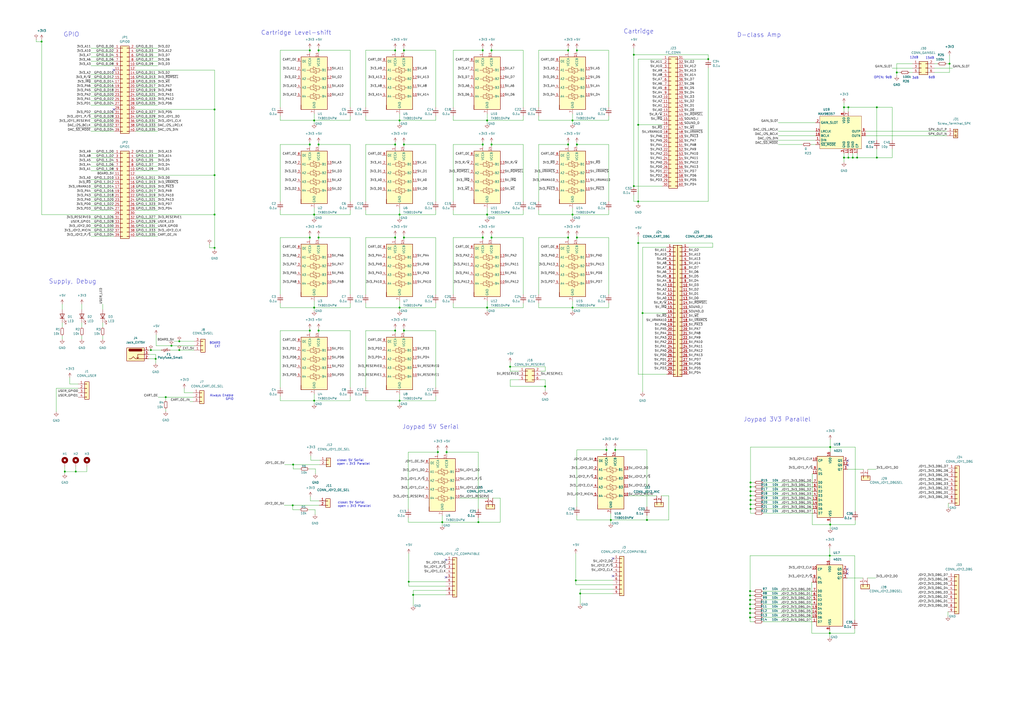
<source format=kicad_sch>
(kicad_sch (version 20211123) (generator eeschema)
  (paper "A2")
  (title_block (title "nes_peripheral") (date "2022-02-19") (rev "A") (company "shinolab"))
  (junction (at 351.79 260.985))
  (junction (at 280.035 29.21))
  (junction (at 184.785 137.795))
  (junction (at 259.08 262.255))
  (junction (at 492.125 62.23))
  (junction (at 356.87 260.985))
  (junction (at 229.235 191.77))
  (junction (at 254 262.255))
  (junction (at 229.235 137.795))
  (junction (at 234.315 191.77))
  (junction (at 334.645 137.795))
  (junction (at 481.33 322.326))
  (junction (at 481.584 259.334))
  (junction (at 90.297 208.153))
  (junction (at 231.775 232.41))
  (junction (at 329.565 137.795))
  (junction (at 295.91 212.725))
  (junction (at 334.645 83.82))
  (junction (at 372.745 181.61))
  (junction (at 234.315 83.82))
  (junction (at 520.192 42.037))
  (junction (at 182.245 178.435))
  (junction (at 435.356 287.528))
  (junction (at 497.205 91.44))
  (junction (at 277.495 302.895))
  (junction (at 435.356 290.068))
  (junction (at 124.46 143.764))
  (junction (at 280.035 137.795))
  (junction (at 370.205 72.39))
  (junction (at 285.115 83.82))
  (junction (at 435.102 353.06))
  (junction (at 96.139 230.378))
  (junction (at 87.503 203.073))
  (junction (at 332.105 69.85))
  (junction (at 435.356 292.608))
  (junction (at 280.035 83.82))
  (junction (at 124.46 101.6))
  (junction (at 182.245 232.41))
  (junction (at 435.356 284.988))
  (junction (at 435.102 358.14))
  (junction (at 99.441 200.533))
  (junction (at 229.235 29.21))
  (junction (at 481.584 304.292))
  (junction (at 334.645 29.21))
  (junction (at 256.54 302.895))
  (junction (at 237.109 337.439))
  (junction (at 550.799 36.957))
  (junction (at 285.115 137.795))
  (junction (at 435.356 279.908))
  (junction (at 282.575 178.435))
  (junction (at 332.105 124.46))
  (junction (at 124.46 124.46))
  (junction (at 508.635 62.23))
  (junction (at 282.575 69.85))
  (junction (at 435.102 347.98))
  (junction (at 104.013 197.993))
  (junction (at 229.235 83.82))
  (junction (at 179.705 137.795))
  (junction (at 489.585 62.23))
  (junction (at 370.205 140.97))
  (junction (at 435.102 342.9))
  (junction (at 494.665 91.44))
  (junction (at 435.356 295.148))
  (junction (at 435.102 350.52))
  (junction (at 231.775 124.46))
  (junction (at 24.13 24.13))
  (junction (at 184.785 29.21))
  (junction (at 489.585 91.44))
  (junction (at 179.705 29.21))
  (junction (at 179.705 191.77))
  (junction (at 492.125 91.44))
  (junction (at 37.592 273.558))
  (junction (at 332.105 178.435))
  (junction (at 182.245 124.46))
  (junction (at 329.565 83.82))
  (junction (at 508.635 91.44))
  (junction (at 435.102 355.6))
  (junction (at 410.845 34.29))
  (junction (at 179.705 83.82))
  (junction (at 435.102 345.44))
  (junction (at 234.315 29.21))
  (junction (at 184.785 83.82))
  (junction (at 367.665 107.95))
  (junction (at 184.785 191.77))
  (junction (at 231.775 69.85))
  (junction (at 336.55 344.297))
  (junction (at 354.33 301.625))
  (junction (at 182.245 69.85))
  (junction (at 282.575 124.46))
  (junction (at 285.115 29.21))
  (junction (at 43.942 273.558))
  (junction (at 239.649 345.059))
  (junction (at 234.315 137.795))
  (junction (at 169.799 293.116))
  (junction (at 316.23 224.155))
  (junction (at 124.46 63.5))
  (junction (at 170.053 269.494))
  (junction (at 231.775 178.435))
  (junction (at 481.33 367.284))
  (junction (at 435.356 282.448))
  (junction (at 370.205 116.84))
  (junction (at 375.285 301.625))
  (junction (at 104.013 203.073))
  (junction (at 367.665 31.75))
  (junction (at 329.565 29.21))
  (junction (at 334.01 336.677))
  (no_connect (at 491.49 332.74))
  (no_connect (at 355.6 334.137))
  (no_connect (at 66.04 40.64))
  (no_connect (at 66.04 63.5))
  (no_connect (at 491.744 267.208))
  (no_connect (at 491.744 269.748))
  (no_connect (at 258.699 334.899))
  (no_connect (at 258.699 324.739))
  (no_connect (at 355.6 323.977))
  (no_connect (at 491.49 330.2))
  (wire (pts (xy 387.985 287.655) (xy 387.985 301.625)))
  (wire (pts (xy 229.235 191.77) (xy 229.235 193.04)))
  (wire (pts (xy 383.54 287.655) (xy 387.985 287.655)))
  (wire (pts (xy 237.109 339.979) (xy 237.109 337.439)))
  (wire (pts (xy 229.235 82.55) (xy 229.235 83.82)))
  (wire (pts (xy 52.705 109.22) (xy 66.04 109.22)))
  (wire (pts (xy 185.42 266.954) (xy 180.34 266.954)))
  (wire (pts (xy 508.635 91.44) (xy 517.525 91.44)))
  (wire (pts (xy 78.74 68.58) (xy 91.44 68.58)))
  (wire (pts (xy 78.74 119.38) (xy 91.44 119.38)))
  (wire (pts (xy 24.13 124.46) (xy 66.04 124.46)))
  (wire (pts (xy 184.785 83.82) (xy 203.2 83.82)))
  (wire (pts (xy 231.775 69.85) (xy 212.09 69.85)))
  (wire (pts (xy 332.105 69.85) (xy 312.42 69.85)))
  (wire (pts (xy 36.068 194.818) (xy 36.068 196.723)))
  (wire (pts (xy 78.74 58.42) (xy 91.44 58.42)))
  (wire (pts (xy 231.775 174.625) (xy 231.775 178.435)))
  (wire (pts (xy 162.56 83.82) (xy 162.56 116.84)))
  (wire (pts (xy 231.775 228.6) (xy 231.775 232.41)))
  (wire (pts (xy 78.74 76.2) (xy 91.44 76.2)))
  (wire (pts (xy 182.245 174.625) (xy 182.245 178.435)))
  (wire (pts (xy 354.33 301.625) (xy 354.33 303.53)))
  (wire (pts (xy 354.33 301.625) (xy 334.645 301.625)))
  (wire (pts (xy 112.649 200.533) (xy 99.441 200.533)))
  (wire (pts (xy 78.74 50.8) (xy 91.44 50.8)))
  (wire (pts (xy 542.036 36.957) (xy 543.941 36.957)))
  (wire (pts (xy 78.74 71.12) (xy 91.44 71.12)))
  (wire (pts (xy 410.845 116.84) (xy 370.205 116.84)))
  (wire (pts (xy 182.245 120.65) (xy 182.245 124.46)))
  (wire (pts (xy 435.102 342.9) (xy 435.102 345.44)))
  (wire (pts (xy 312.42 137.795) (xy 312.42 170.815)))
  (wire (pts (xy 182.245 232.41) (xy 203.2 232.41)))
  (wire (pts (xy 179.197 272.034) (xy 183.007 272.034)))
  (wire (pts (xy 45.339 225.298) (xy 32.639 225.298)))
  (wire (pts (xy 549.021 36.957) (xy 550.799 36.957)))
  (wire (pts (xy 353.06 83.82) (xy 353.06 116.84)))
  (wire (pts (xy 435.356 290.068) (xy 437.642 290.068)))
  (wire (pts (xy 353.06 124.46) (xy 353.06 121.92)))
  (wire (pts (xy 435.102 353.06) (xy 435.102 355.6)))
  (wire (pts (xy 52.705 38.1) (xy 66.04 38.1)))
  (wire (pts (xy 182.245 232.41) (xy 162.56 232.41)))
  (wire (pts (xy 370.205 34.29) (xy 370.205 72.39)))
  (wire (pts (xy 492.125 62.23) (xy 492.125 64.77)))
  (wire (pts (xy 334.01 321.056) (xy 334.01 336.677)))
  (wire (pts (xy 252.73 29.21) (xy 252.73 62.23)))
  (wire (pts (xy 110.109 232.918) (xy 112.014 232.918)))
  (wire (pts (xy 234.315 83.82) (xy 234.315 85.09)))
  (wire (pts (xy 182.245 69.85) (xy 182.245 71.755)))
  (wire (pts (xy 435.356 279.908) (xy 435.356 282.448)))
  (wire (pts (xy 481.33 318.008) (xy 481.33 322.326)))
  (wire (pts (xy 442.468 342.9) (xy 471.17 342.9)))
  (wire (pts (xy 442.468 360.68) (xy 471.17 360.68)))
  (wire (pts (xy 52.705 96.52) (xy 66.04 96.52)))
  (wire (pts (xy 203.2 191.77) (xy 203.2 224.79)))
  (wire (pts (xy 336.55 344.297) (xy 355.6 344.297)))
  (wire (pts (xy 481.33 322.326) (xy 435.102 322.326)))
  (wire (pts (xy 334.645 83.82) (xy 334.645 85.09)))
  (wire (pts (xy 503.174 335.28) (xy 508 335.28)))
  (wire (pts (xy 169.799 293.116) (xy 185.166 293.116)))
  (wire (pts (xy 231.775 124.46) (xy 252.73 124.46)))
  (wire (pts (xy 329.565 83.82) (xy 312.42 83.82)))
  (wire (pts (xy 212.09 191.77) (xy 212.09 224.79)))
  (wire (pts (xy 78.74 35.56) (xy 91.44 35.56)))
  (wire (pts (xy 229.235 29.21) (xy 212.09 29.21)))
  (wire (pts (xy 203.2 83.82) (xy 203.2 116.84)))
  (wire (pts (xy 351.79 260.985) (xy 334.645 260.985)))
  (wire (pts (xy 280.035 83.82) (xy 262.89 83.82)))
  (wire (pts (xy 285.115 83.82) (xy 285.115 85.09)))
  (wire (pts (xy 179.705 137.795) (xy 162.56 137.795)))
  (wire (pts (xy 179.705 83.82) (xy 179.705 85.09)))
  (wire (pts (xy 451.485 83.82) (xy 465.455 83.82)))
  (wire (pts (xy 212.09 232.41) (xy 212.09 229.87)))
  (wire (pts (xy 435.356 282.448) (xy 435.356 284.988)))
  (wire (pts (xy 367.665 116.84) (xy 370.205 116.84)))
  (wire (pts (xy 442.468 355.6) (xy 471.17 355.6)))
  (wire (pts (xy 353.06 178.435) (xy 353.06 175.895)))
  (wire (pts (xy 435.102 347.98) (xy 435.102 350.52)))
  (wire (pts (xy 282.575 69.85) (xy 303.53 69.85)))
  (wire (pts (xy 112.014 227.838) (xy 106.934 227.838)))
  (wire (pts (xy 52.705 106.68) (xy 66.04 106.68)))
  (wire (pts (xy 370.205 140.97) (xy 413.385 140.97)))
  (wire (pts (xy 184.785 27.94) (xy 184.785 29.21)))
  (wire (pts (xy 231.775 232.41) (xy 231.775 234.315)))
  (wire (pts (xy 471.17 274.828) (xy 471.17 304.292)))
  (wire (pts (xy 254 262.255) (xy 254 263.525)))
  (wire (pts (xy 234.315 136.525) (xy 234.315 137.795)))
  (wire (pts (xy 387.985 301.625) (xy 375.285 301.625)))
  (wire (pts (xy 180.34 266.954) (xy 180.34 264.414)))
  (wire (pts (xy 179.705 83.82) (xy 162.56 83.82)))
  (wire (pts (xy 370.205 140.97) (xy 370.205 217.17)))
  (wire (pts (xy 182.753 295.656) (xy 182.753 298.45)))
  (wire (pts (xy 231.775 124.46) (xy 231.775 126.365)))
  (wire (pts (xy 316.23 224.155) (xy 316.23 226.695)))
  (wire (pts (xy 442.722 292.608) (xy 471.424 292.608)))
  (wire (pts (xy 231.775 69.85) (xy 231.775 71.755)))
  (wire (pts (xy 550.799 42.037) (xy 550.799 36.957)))
  (wire (pts (xy 496.062 259.334) (xy 496.062 296.672)))
  (wire (pts (xy 386.715 181.61) (xy 372.745 181.61)))
  (wire (pts (xy 489.585 59.69) (xy 489.585 62.23)))
  (wire (pts (xy 332.105 120.65) (xy 332.105 124.46)))
  (wire (pts (xy 52.705 88.9) (xy 66.04 88.9)))
  (wire (pts (xy 435.356 284.988) (xy 435.356 287.528)))
  (wire (pts (xy 435.356 295.148) (xy 437.642 295.148)))
  (wire (pts (xy 471.424 274.828) (xy 471.17 274.828)))
  (wire (pts (xy 285.115 83.82) (xy 303.53 83.82)))
  (wire (pts (xy 24.13 22.86) (xy 24.13 24.13)))
  (wire (pts (xy 413.385 140.97) (xy 413.385 143.51)))
  (wire (pts (xy 20.955 24.13) (xy 24.13 24.13)))
  (wire (pts (xy 256.54 302.895) (xy 256.54 304.8)))
  (wire (pts (xy 52.705 73.66) (xy 66.04 73.66)))
  (wire (pts (xy 451.485 81.28) (xy 473.075 81.28)))
  (wire (pts (xy 52.705 60.96) (xy 66.04 60.96)))
  (wire (pts (xy 280.035 27.94) (xy 280.035 29.21)))
  (wire (pts (xy 78.74 55.88) (xy 91.44 55.88)))
  (wire (pts (xy 234.315 27.94) (xy 234.315 29.21)))
  (wire (pts (xy 52.705 91.44) (xy 66.04 91.44)))
  (wire (pts (xy 212.09 178.435) (xy 212.09 175.895)))
  (wire (pts (xy 481.584 302.768) (xy 481.584 304.292)))
  (wire (pts (xy 262.89 178.435) (xy 262.89 175.895)))
  (wire (pts (xy 470.916 367.284) (xy 481.33 367.284)))
  (wire (pts (xy 495.808 364.744) (xy 495.808 367.284)))
  (wire (pts (xy 334.645 136.525) (xy 334.645 137.795)))
  (wire (pts (xy 234.315 190.5) (xy 234.315 191.77)))
  (wire (pts (xy 435.356 292.608) (xy 435.356 295.148)))
  (wire (pts (xy 384.175 34.29) (xy 370.205 34.29)))
  (wire (pts (xy 285.115 137.795) (xy 285.115 139.065)))
  (wire (pts (xy 470.916 337.82) (xy 470.916 367.284)))
  (wire (pts (xy 489.585 91.44) (xy 489.585 93.98)))
  (wire (pts (xy 59.563 176.403) (xy 59.563 179.578)))
  (wire (pts (xy 410.845 34.29) (xy 396.875 34.29)))
  (wire (pts (xy 78.74 137.16) (xy 91.44 137.16)))
  (wire (pts (xy 162.56 178.435) (xy 162.56 175.895)))
  (wire (pts (xy 442.722 290.068) (xy 471.424 290.068)))
  (wire (pts (xy 86.233 203.073) (xy 87.503 203.073)))
  (wire (pts (xy 334.645 27.94) (xy 334.645 29.21)))
  (wire (pts (xy 52.705 35.56) (xy 66.04 35.56)))
  (wire (pts (xy 435.356 292.608) (xy 437.642 292.608)))
  (wire (pts (xy 508.635 62.23) (xy 517.525 62.23)))
  (wire (pts (xy 179.705 29.21) (xy 162.56 29.21)))
  (wire (pts (xy 435.356 287.528) (xy 435.356 290.068)))
  (wire (pts (xy 442.468 350.52) (xy 471.17 350.52)))
  (wire (pts (xy 234.315 137.795) (xy 234.315 139.065)))
  (wire (pts (xy 285.115 136.525) (xy 285.115 137.795)))
  (wire (pts (xy 52.705 55.88) (xy 66.04 55.88)))
  (wire (pts (xy 303.53 29.21) (xy 303.53 62.23)))
  (wire (pts (xy 280.035 137.795) (xy 280.035 139.065)))
  (wire (pts (xy 295.91 220.345) (xy 295.91 224.155)))
  (wire (pts (xy 124.46 124.46) (xy 78.74 124.46)))
  (wire (pts (xy 332.105 178.435) (xy 312.42 178.435)))
  (wire (pts (xy 435.356 282.448) (xy 437.642 282.448)))
  (wire (pts (xy 282.575 178.435) (xy 282.575 180.34)))
  (wire (pts (xy 52.705 45.72) (xy 66.04 45.72)))
  (wire (pts (xy 303.53 69.85) (xy 303.53 67.31)))
  (wire (pts (xy 508.635 86.36) (xy 508.635 91.44)))
  (wire (pts (xy 303.53 178.435) (xy 303.53 175.895)))
  (wire (pts (xy 282.575 174.625) (xy 282.575 178.435)))
  (wire (pts (xy 277.495 262.255) (xy 277.495 295.275)))
  (wire (pts (xy 372.745 143.51) (xy 372.745 181.61)))
  (wire (pts (xy 96.139 237.363) (xy 96.139 238.633)))
  (wire (pts (xy 329.565 137.795) (xy 329.565 139.065)))
  (wire (pts (xy 285.115 82.55) (xy 285.115 83.82)))
  (wire (pts (xy 234.315 82.55) (xy 234.315 83.82)))
  (wire (pts (xy 37.592 273.558) (xy 43.942 273.558)))
  (wire (pts (xy 124.46 143.764) (xy 124.46 124.46)))
  (wire (pts (xy 332.105 124.46) (xy 353.06 124.46)))
  (wire (pts (xy 40.513 222.758) (xy 45.339 222.758)))
  (wire (pts (xy 334.645 137.795) (xy 334.645 139.065)))
  (wire (pts (xy 481.584 259.334) (xy 481.584 262.128)))
  (wire (pts (xy 86.233 205.613) (xy 90.297 205.613)))
  (wire (pts (xy 491.49 335.28) (xy 500.634 335.28)))
  (wire (pts (xy 184.785 137.795) (xy 203.2 137.795)))
  (wire (pts (xy 184.785 82.55) (xy 184.785 83.82)))
  (wire (pts (xy 78.74 91.44) (xy 91.44 91.44)))
  (wire (pts (xy 252.73 137.795) (xy 252.73 170.815)))
  (wire (pts (xy 239.649 345.059) (xy 239.649 351.409)))
  (wire (pts (xy 256.54 299.085) (xy 256.54 302.895)))
  (wire (pts (xy 98.679 203.073) (xy 104.013 203.073)))
  (wire (pts (xy 182.245 124.46) (xy 182.245 126.365)))
  (wire (pts (xy 24.13 24.13) (xy 24.13 124.46)))
  (wire (pts (xy 312.42 178.435) (xy 312.42 175.895)))
  (wire (pts (xy 229.235 137.795) (xy 229.235 139.065)))
  (wire (pts (xy 285.115 29.21) (xy 303.53 29.21)))
  (wire (pts (xy 87.503 203.073) (xy 93.599 203.073)))
  (wire (pts (xy 170.053 269.494) (xy 185.42 269.494)))
  (wire (pts (xy 295.91 210.185) (xy 295.91 212.725)))
  (wire (pts (xy 124.46 63.5) (xy 124.46 101.6)))
  (wire (pts (xy 489.585 91.44) (xy 489.585 88.9)))
  (wire (pts (xy 502.285 78.74) (xy 549.275 78.74)))
  (wire (pts (xy 329.565 29.21) (xy 312.42 29.21)))
  (wire (pts (xy 316.23 212.725) (xy 316.23 215.265)))
  (wire (pts (xy 282.575 124.46) (xy 262.89 124.46)))
  (wire (pts (xy 353.06 137.795) (xy 353.06 170.815)))
  (wire (pts (xy 435.356 259.334) (xy 435.356 279.908)))
  (wire (pts (xy 282.575 178.435) (xy 262.89 178.435)))
  (wire (pts (xy 229.235 137.795) (xy 212.09 137.795)))
  (wire (pts (xy 520.192 42.037) (xy 520.192 36.957)))
  (wire (pts (xy 182.245 69.85) (xy 162.56 69.85)))
  (wire (pts (xy 442.722 297.688) (xy 471.424 297.688)))
  (wire (pts (xy 203.2 232.41) (xy 203.2 229.87)))
  (wire (pts (xy 312.42 29.21) (xy 312.42 62.23)))
  (wire (pts (xy 367.665 27.94) (xy 367.665 31.75)))
  (wire (pts (xy 231.775 178.435) (xy 252.73 178.435)))
  (wire (pts (xy 237.109 321.056) (xy 237.109 337.439)))
  (wire (pts (xy 252.73 69.85) (xy 252.73 67.31)))
  (wire (pts (xy 435.102 345.44) (xy 435.102 347.98)))
  (wire (pts (xy 256.54 302.895) (xy 236.855 302.895)))
  (wire (pts (xy 229.235 27.94) (xy 229.235 29.21)))
  (wire (pts (xy 413.385 143.51) (xy 399.415 143.51)))
  (wire (pts (xy 50.419 273.558) (xy 50.419 270.764)))
  (wire (pts (xy 78.74 48.26) (xy 91.44 48.26)))
  (wire (pts (xy 78.74 127) (xy 91.44 127)))
  (wire (pts (xy 329.565 29.21) (xy 329.565 30.48)))
  (wire (pts (xy 169.799 295.656) (xy 169.799 293.116)))
  (wire (pts (xy 442.722 282.448) (xy 471.424 282.448)))
  (wire (pts (xy 375.285 260.985) (xy 375.285 294.005)))
  (wire (pts (xy 52.705 129.54) (xy 66.04 129.54)))
  (wire (pts (xy 184.785 191.77) (xy 203.2 191.77)))
  (wire (pts (xy 78.74 129.54) (xy 91.44 129.54)))
  (wire (pts (xy 52.705 116.84) (xy 66.04 116.84)))
  (wire (pts (xy 234.315 137.795) (xy 252.73 137.795)))
  (wire (pts (xy 356.87 260.985) (xy 356.87 262.255)))
  (wire (pts (xy 435.356 290.068) (xy 435.356 292.608)))
  (wire (pts (xy 162.56 124.46) (xy 162.56 121.92)))
  (wire (pts (xy 184.785 29.21) (xy 184.785 30.48)))
  (wire (pts (xy 254 260.985) (xy 254 262.255)))
  (wire (pts (xy 435.102 355.6) (xy 437.388 355.6)))
  (wire (pts (xy 282.575 178.435) (xy 303.53 178.435)))
  (wire (pts (xy 239.649 342.519) (xy 258.699 342.519)))
  (wire (pts (xy 90.551 200.533) (xy 90.551 194.183)))
  (wire (pts (xy 179.705 82.55) (xy 179.705 83.82)))
  (wire (pts (xy 262.89 83.82) (xy 262.89 116.84)))
  (wire (pts (xy 183.007 272.034) (xy 183.007 274.828)))
  (wire (pts (xy 182.245 124.46) (xy 203.2 124.46)))
  (wire (pts (xy 234.315 29.21) (xy 234.315 30.48)))
  (wire (pts (xy 451.485 78.74) (xy 473.075 78.74)))
  (wire (pts (xy 295.91 212.725) (xy 295.91 215.265)))
  (wire (pts (xy 59.563 187.198) (xy 59.563 189.738)))
  (wire (pts (xy 47.498 194.818) (xy 47.498 196.723)))
  (wire (pts (xy 329.565 83.82) (xy 329.565 85.09)))
  (wire (pts (xy 121.539 141.732) (xy 121.539 143.764)))
  (wire (pts (xy 367.665 31.75) (xy 367.665 107.95)))
  (wire (pts (xy 282.575 124.46) (xy 282.575 126.365)))
  (wire (pts (xy 162.56 69.85) (xy 162.56 67.31)))
  (wire (pts (xy 329.565 27.94) (xy 329.565 29.21)))
  (wire (pts (xy 78.74 116.84) (xy 91.44 116.84)))
  (wire (pts (xy 52.705 104.14) (xy 66.04 104.14)))
  (wire (pts (xy 100.965 197.993) (xy 104.013 197.993)))
  (wire (pts (xy 32.639 225.298) (xy 32.639 238.887)))
  (wire (pts (xy 332.105 178.435) (xy 353.06 178.435)))
  (wire (pts (xy 252.73 232.41) (xy 252.73 229.87)))
  (wire (pts (xy 180.086 290.576) (xy 180.086 288.036)))
  (wire (pts (xy 386.715 143.51) (xy 372.745 143.51)))
  (wire (pts (xy 78.74 63.5) (xy 124.46 63.5)))
  (wire (pts (xy 435.102 322.326) (xy 435.102 342.9)))
  (wire (pts (xy 351.79 259.715) (xy 351.79 260.985)))
  (wire (pts (xy 78.74 106.68) (xy 91.44 106.68)))
  (wire (pts (xy 503.428 272.288) (xy 508.254 272.288)))
  (wire (pts (xy 231.775 124.46) (xy 212.09 124.46)))
  (wire (pts (xy 435.102 358.14) (xy 437.388 358.14)))
  (wire (pts (xy 124.46 144.78) (xy 124.46 143.764)))
  (wire (pts (xy 37.592 270.764) (xy 37.592 273.558)))
  (wire (pts (xy 78.74 104.14) (xy 91.44 104.14)))
  (wire (pts (xy 52.705 71.12) (xy 66.04 71.12)))
  (wire (pts (xy 262.89 137.795) (xy 262.89 170.815)))
  (wire (pts (xy 332.105 174.625) (xy 332.105 178.435)))
  (wire (pts (xy 334.645 29.21) (xy 353.06 29.21)))
  (wire (pts (xy 78.74 88.9) (xy 91.44 88.9)))
  (wire (pts (xy 280.035 83.82) (xy 280.035 85.09)))
  (wire (pts (xy 78.74 73.66) (xy 91.44 73.66)))
  (wire (pts (xy 185.166 290.576) (xy 180.086 290.576)))
  (wire (pts (xy 90.297 208.153) (xy 90.297 210.693)))
  (wire (pts (xy 36.068 187.198) (xy 36.068 189.738)))
  (wire (pts (xy 334.645 82.55) (xy 334.645 83.82)))
  (wire (pts (xy 47.498 187.198) (xy 47.498 189.738)))
  (wire (pts (xy 442.468 353.06) (xy 471.17 353.06)))
  (wire (pts (xy 282.575 69.85) (xy 282.575 71.755)))
  (wire (pts (xy 552.577 39.497) (xy 542.036 39.497)))
  (wire (pts (xy 277.495 302.895) (xy 277.495 300.355)))
  (wire (pts (xy 78.74 43.18) (xy 91.44 43.18)))
  (wire (pts (xy 492.125 91.44) (xy 489.585 91.44)))
  (wire (pts (xy 527.431 42.037) (xy 529.336 42.037)))
  (wire (pts (xy 384.175 72.39) (xy 370.205 72.39)))
  (wire (pts (xy 517.525 91.44) (xy 517.525 86.36)))
  (wire (pts (xy 59.563 194.818) (xy 59.563 196.723)))
  (wire (pts (xy 212.09 124.46) (xy 212.09 121.92)))
  (wire (pts (xy 282.575 120.65) (xy 282.575 124.46)))
  (wire (pts (xy 78.74 114.3) (xy 91.44 114.3)))
  (wire (pts (xy 435.356 284.988) (xy 437.642 284.988)))
  (wire (pts (xy 78.74 60.96) (xy 91.44 60.96)))
  (wire (pts (xy 492.125 62.23) (xy 508.635 62.23)))
  (wire (pts (xy 52.705 48.26) (xy 66.04 48.26)))
  (wire (pts (xy 182.245 178.435) (xy 203.2 178.435)))
  (wire (pts (xy 259.08 260.985) (xy 259.08 262.255)))
  (wire (pts (xy 489.585 62.23) (xy 489.585 64.77)))
  (wire (pts (xy 203.2 29.21) (xy 203.2 62.23)))
  (wire (pts (xy 435.356 295.148) (xy 435.356 297.688)))
  (wire (pts (xy 520.192 36.957) (xy 529.336 36.957)))
  (wire (pts (xy 435.356 279.908) (xy 437.642 279.908)))
  (wire (pts (xy 442.722 279.908) (xy 471.424 279.908)))
  (wire (pts (xy 259.08 262.255) (xy 277.495 262.255)))
  (wire (pts (xy 354.33 301.625) (xy 375.285 301.625)))
  (wire (pts (xy 258.699 339.979) (xy 237.109 339.979)))
  (wire (pts (xy 285.115 29.21) (xy 285.115 30.48)))
  (wire (pts (xy 179.705 190.5) (xy 179.705 191.77)))
  (wire (pts (xy 231.775 178.435) (xy 231.775 180.34)))
  (wire (pts (xy 78.74 109.22) (xy 91.44 109.22)))
  (wire (pts (xy 231.775 66.04) (xy 231.775 69.85)))
  (wire (pts (xy 184.785 190.5) (xy 184.785 191.77)))
  (wire (pts (xy 78.74 27.94) (xy 91.44 27.94)))
  (wire (pts (xy 367.665 107.95) (xy 384.175 107.95)))
  (wire (pts (xy 78.74 99.06) (xy 91.44 99.06)))
  (wire (pts (xy 435.102 355.6) (xy 435.102 358.14)))
  (wire (pts (xy 410.845 31.75) (xy 410.845 34.29)))
  (wire (pts (xy 496.062 301.752) (xy 496.062 304.292)))
  (wire (pts (xy 334.01 336.677) (xy 355.6 336.677)))
  (wire (pts (xy 124.46 40.64) (xy 124.46 63.5)))
  (wire (pts (xy 312.42 83.82) (xy 312.42 116.84)))
  (wire (pts (xy 372.745 181.61) (xy 372.745 227.33)))
  (wire (pts (xy 40.513 218.948) (xy 40.513 222.758)))
  (wire (pts (xy 179.705 27.94) (xy 179.705 29.21)))
  (wire (pts (xy 364.49 287.655) (xy 381 287.655)))
  (wire (pts (xy 184.785 83.82) (xy 184.785 85.09)))
  (wire (pts (xy 375.285 301.625) (xy 375.285 299.085)))
  (wire (pts (xy 332.105 69.85) (xy 353.06 69.85)))
  (wire (pts (xy 96.139 230.378) (xy 112.014 230.378)))
  (wire (pts (xy 212.09 69.85) (xy 212.09 67.31)))
  (wire (pts (xy 203.2 137.795) (xy 203.2 170.815)))
  (wire (pts (xy 182.245 228.6) (xy 182.245 232.41)))
  (wire (pts (xy 212.09 83.82) (xy 212.09 116.84)))
  (wire (pts (xy 280.035 29.21) (xy 280.035 30.48)))
  (wire (pts (xy 78.74 132.08) (xy 91.44 132.08)))
  (wire (pts (xy 43.942 273.558) (xy 50.419 273.558)))
  (wire (pts (xy 442.722 284.988) (xy 471.424 284.988)))
  (wire (pts (xy 182.245 178.435) (xy 182.245 180.34)))
  (wire (pts (xy 78.74 134.62) (xy 91.44 134.62)))
  (wire (pts (xy 229.235 191.77) (xy 212.09 191.77)))
  (wire (pts (xy 334.645 83.82) (xy 353.06 83.82)))
  (wire (pts (xy 78.74 40.64) (xy 124.46 40.64)))
  (wire (pts (xy 351.79 260.985) (xy 351.79 262.255)))
  (wire (pts (xy 481.33 365.76) (xy 481.33 367.284)))
  (wire (pts (xy 184.785 29.21) (xy 203.2 29.21)))
  (wire (pts (xy 52.705 27.94) (xy 66.04 27.94)))
  (wire (pts (xy 262.89 29.21) (xy 262.89 62.23)))
  (wire (pts (xy 179.705 137.795) (xy 179.705 139.065)))
  (wire (pts (xy 179.705 191.77) (xy 179.705 193.04)))
  (wire (pts (xy 234.315 191.77) (xy 234.315 193.04)))
  (wire (pts (xy 86.233 208.153) (xy 90.297 208.153)))
  (wire (pts (xy 356.87 259.715) (xy 356.87 260.985)))
  (wire (pts (xy 262.89 69.85) (xy 262.89 67.31)))
  (wire (pts (xy 182.245 124.46) (xy 162.56 124.46)))
  (wire (pts (xy 52.705 111.76) (xy 66.04 111.76)))
  (wire (pts (xy 312.42 69.85) (xy 312.42 67.31)))
  (wire (pts (xy 234.315 29.21) (xy 252.73 29.21)))
  (wire (pts (xy 234.315 191.77) (xy 252.73 191.77)))
  (wire (pts (xy 104.013 203.073) (xy 112.649 203.073)))
  (wire (pts (xy 332.105 69.85) (xy 332.105 71.755)))
  (wire (pts (xy 162.56 232.41) (xy 162.56 229.87)))
  (wire (pts (xy 295.91 212.725) (xy 316.23 212.725)))
  (wire (pts (xy 492.125 88.9) (xy 492.125 91.44)))
  (wire (pts (xy 442.468 347.98) (xy 471.17 347.98)))
  (wire (pts (xy 334.645 29.21) (xy 334.645 30.48)))
  (wire (pts (xy 252.73 83.82) (xy 252.73 116.84)))
  (wire (pts (xy 174.117 272.034) (xy 170.053 272.034)))
  (wire (pts (xy 332.105 124.46) (xy 312.42 124.46)))
  (wire (pts (xy 435.102 360.68) (xy 437.388 360.68)))
  (wire (pts (xy 285.115 27.94) (xy 285.115 29.21)))
  (wire (pts (xy 481.584 255.016) (xy 481.584 259.334)))
  (wire (pts (xy 252.73 124.46) (xy 252.73 121.92)))
  (wire (pts (xy 285.115 137.795) (xy 303.53 137.795)))
  (wire (pts (xy 78.74 121.92) (xy 91.44 121.92)))
  (wire (pts (xy 173.863 295.656) (xy 169.799 295.656)))
  (wire (pts (xy 52.705 33.02) (xy 66.04 33.02)))
  (wire (pts (xy 508.635 62.23) (xy 508.635 81.28)))
  (wire (pts (xy 78.74 33.02) (xy 91.44 33.02)))
  (wire (pts (xy 356.87 260.985) (xy 375.285 260.985)))
  (wire (pts (xy 78.74 96.52) (xy 91.44 96.52)))
  (wire (pts (xy 494.665 88.9) (xy 494.665 91.44)))
  (wire (pts (xy 435.102 358.14) (xy 435.102 360.68)))
  (wire (pts (xy 312.42 124.46) (xy 312.42 121.92)))
  (wire (pts (xy 520.192 42.037) (xy 520.192 44.069)))
  (wire (pts (xy 170.053 272.034) (xy 170.053 269.494)))
  (wire (pts (xy 542.036 42.037) (xy 550.799 42.037)))
  (wire (pts (xy 471.17 337.82) (xy 470.916 337.82)))
  (wire (pts (xy 52.705 134.62) (xy 66.04 134.62)))
  (wire (pts (xy 280.035 136.525) (xy 280.035 137.795)))
  (wire (pts (xy 295.91 224.155) (xy 316.23 224.155)))
  (wire (pts (xy 435.102 350.52) (xy 435.102 353.06)))
  (wire (pts (xy 52.705 68.58) (xy 66.04 68.58)))
  (wire (pts (xy 182.245 232.41) (xy 182.245 234.315)))
  (wire (pts (xy 451.485 71.12) (xy 473.075 71.12)))
  (wire (pts (xy 36.068 176.403) (xy 36.068 179.578)))
  (wire (pts (xy 334.645 301.625) (xy 334.645 299.085)))
  (wire (pts (xy 179.705 191.77) (xy 162.56 191.77)))
  (wire (pts (xy 91.694 230.378) (xy 96.139 230.378)))
  (wire (pts (xy 370.205 116.84) (xy 370.205 118.11)))
  (wire (pts (xy 451.485 76.2) (xy 473.075 76.2)))
  (wire (pts (xy 481.584 259.334) (xy 435.356 259.334)))
  (wire (pts (xy 252.73 178.435) (xy 252.73 175.895)))
  (wire (pts (xy 52.705 132.08) (xy 66.04 132.08)))
  (wire (pts (xy 442.722 287.528) (xy 471.424 287.528)))
  (wire (pts (xy 229.235 83.82) (xy 229.235 85.09)))
  (wire (pts (xy 435.356 287.528) (xy 437.642 287.528)))
  (wire (pts (xy 52.705 43.18) (xy 66.04 43.18)))
  (wire (pts (xy 481.33 367.284) (xy 481.33 369.57)))
  (wire (pts (xy 313.69 220.345) (xy 316.23 220.345)))
  (wire (pts (xy 329.565 82.55) (xy 329.565 83.82)))
  (wire (pts (xy 236.855 302.895) (xy 236.855 300.355)))
  (wire (pts (xy 52.705 66.04) (xy 66.04 66.04)))
  (wire (pts (xy 481.584 259.334) (xy 496.062 259.334)))
  (wire (pts (xy 303.53 124.46) (xy 303.53 121.92)))
  (wire (pts (xy 442.722 295.148) (xy 471.424 295.148)))
  (wire (pts (xy 203.2 124.46) (xy 203.2 121.92)))
  (wire (pts (xy 491.744 272.288) (xy 500.888 272.288)))
  (wire (pts (xy 239.649 345.059) (xy 258.699 345.059)))
  (wire (pts (xy 212.09 29.21) (xy 212.09 62.23)))
  (wire (pts (xy 78.74 111.76) (xy 91.44 111.76)))
  (wire (pts (xy 282.575 69.85) (xy 262.89 69.85)))
  (wire (pts (xy 355.6 339.217) (xy 334.01 339.217)))
  (wire (pts (xy 481.584 304.292) (xy 481.584 306.578)))
  (wire (pts (xy 52.705 127) (xy 66.04 127)))
  (wire (pts (xy 162.56 137.795) (xy 162.56 170.815)))
  (wire (pts (xy 329.565 137.795) (xy 312.42 137.795)))
  (wire (pts (xy 353.06 29.21) (xy 353.06 62.23)))
  (wire (pts (xy 470.535 83.82) (xy 473.075 83.82)))
  (wire (pts (xy 259.08 262.255) (xy 259.08 263.525)))
  (wire (pts (xy 162.56 29.21) (xy 162.56 62.23)))
  (wire (pts (xy 334.645 260.985) (xy 334.645 294.005)))
  (wire (pts (xy 78.74 30.48) (xy 91.44 30.48)))
  (wire (pts (xy 282.575 124.46) (xy 303.53 124.46)))
  (wire (pts (xy 178.943 295.656) (xy 182.753 295.656)))
  (wire (pts (xy 442.468 358.14) (xy 471.17 358.14)))
  (wire (pts (xy 517.525 39.497) (xy 529.336 39.497)))
  (wire (pts (xy 285.75 288.925) (xy 290.195 288.925)))
  (wire (pts (xy 99.441 200.533) (xy 90.551 200.533)))
  (wire (pts (xy 212.09 137.795) (xy 212.09 170.815)))
  (wire (pts (xy 52.705 93.98) (xy 66.04 93.98)))
  (wire (pts (xy 303.53 137.795) (xy 303.53 170.815)))
  (wire (pts (xy 508.635 91.44) (xy 497.205 91.44)))
  (wire (pts (xy 184.785 191.77) (xy 184.785 193.04)))
  (wire (pts (xy 52.705 99.06) (xy 66.04 99.06)))
  (wire (pts (xy 231.775 232.41) (xy 212.09 232.41)))
  (wire (pts (xy 231.775 120.65) (xy 231.775 124.46)))
  (wire (pts (xy 52.705 50.8) (xy 66.04 50.8)))
  (wire (pts (xy 184.785 136.525) (xy 184.785 137.795)))
  (wire (pts (xy 282.575 66.04) (xy 282.575 69.85)))
  (wire (pts (xy 280.035 137.795) (xy 262.89 137.795)))
  (wire (pts (xy 78.74 45.72) (xy 91.44 45.72)))
  (wire (pts (xy 370.205 137.16) (xy 370.205 140.97)))
  (wire (pts (xy 121.539 143.764) (xy 124.46 143.764)))
  (wire (pts (xy 43.942 273.558) (xy 43.942 270.764)))
  (wire (pts (xy 435.356 297.688) (xy 437.642 297.688)))
  (wire (pts (xy 367.665 31.75) (xy 410.845 31.75)))
  (wire (pts (xy 481.584 304.292) (xy 496.062 304.292)))
  (wire (pts (xy 290.195 302.895) (xy 277.495 302.895)))
  (wire (pts (xy 481.33 367.284) (xy 495.808 367.284)))
  (wire (pts (xy 237.109 337.439) (xy 258.699 337.439)))
  (wire (pts (xy 179.705 29.21) (xy 179.705 30.48)))
  (wire (pts (xy 254 262.255) (xy 236.855 262.255)))
  (wire (pts (xy 367.665 113.03) (xy 367.665 116.84)))
  (wire (pts (xy 78.74 66.04) (xy 91.44 66.04)))
  (wire (pts (xy 256.54 302.895) (xy 277.495 302.895)))
  (wire (pts (xy 435.102 353.06) (xy 437.388 353.06)))
  (wire (pts (xy 236.855 262.255) (xy 236.855 295.275)))
  (wire (pts (xy 334.645 137.795) (xy 353.06 137.795)))
  (wire (pts (xy 435.102 345.44) (xy 437.388 345.44)))
  (wire (pts (xy 179.705 136.525) (xy 179.705 137.795)))
  (wire (pts (xy 497.205 91.44) (xy 494.665 91.44)))
  (wire (pts (xy 435.102 350.52) (xy 437.388 350.52)))
  (wire (pts (xy 502.285 76.2) (xy 549.275 76.2)))
  (wire (pts (xy 410.845 39.37) (xy 410.845 116.84)))
  (wire (pts (xy 332.105 178.435) (xy 332.105 180.34)))
  (wire (pts (xy 550.164 291.846) (xy 550.164 294.513)))
  (wire (pts (xy 52.705 30.48) (xy 66.04 30.48)))
  (wire (pts (xy 229.235 83.82) (xy 212.09 83.82)))
  (wire (pts (xy 370.205 72.39) (xy 370.205 116.84)))
  (wire (pts (xy 52.705 114.3) (xy 66.04 114.3)))
  (wire (pts (xy 329.565 136.525) (xy 329.565 137.795)))
  (wire (pts (xy 124.46 101.6) (xy 124.46 124.46)))
  (wire (pts (xy 182.245 69.85) (xy 203.2 69.85)))
  (wire (pts (xy 550.799 36.957) (xy 550.799 32.131)))
  (wire (pts (xy 489.585 62.23) (xy 492.125 62.23)))
  (wire (pts (xy 203.2 178.435) (xy 203.2 175.895)))
  (wire (pts (xy 203.2 69.85) (xy 203.2 67.31)))
  (wire (pts (xy 182.245 66.04) (xy 182.245 69.85)))
  (wire (pts (xy 47.498 176.403) (xy 47.498 179.578)))
  (wire (pts (xy 20.955 22.733) (xy 20.955 24.13)))
  (wire (pts (xy 370.205 217.17) (xy 386.715 217.17)))
  (wire (pts (xy 184.785 137.795) (xy 184.785 139.065)))
  (wire (pts (xy 435.102 347.98) (xy 437.388 347.98)))
  (wire (pts (xy 354.33 297.815) (xy 354.33 301.625)))
  (wire (pts (xy 316.23 215.265) (xy 313.69 215.265)))
  (wire (pts (xy 52.705 58.42) (xy 66.04 58.42)))
  (wire (pts (xy 332.105 124.46) (xy 332.105 126.365)))
  (wire (pts (xy 520.192 42.037) (xy 522.351 42.037)))
  (wire (pts (xy 300.99 220.345) (xy 295.91 220.345)))
  (wire (pts (xy 549.91 354.838) (xy 549.91 357.505)))
  (wire (pts (xy 495.808 322.326) (xy 495.808 359.664)))
  (wire (pts (xy 295.91 215.265) (xy 300.99 215.265)))
  (wire (pts (xy 37.592 273.558) (xy 37.592 274.828)))
  (wire (pts (xy 78.74 38.1) (xy 91.44 38.1)))
  (wire (pts (xy 78.74 101.6) (xy 124.46 101.6)))
  (wire (pts (xy 104.013 197.993) (xy 112.649 197.993)))
  (wire (pts (xy 262.89 124.46) (xy 262.89 121.92)))
  (wire (pts (xy 334.01 339.217) (xy 334.01 336.677)))
  (wire (pts (xy 162.56 191.77) (xy 162.56 224.79)))
  (wire (pts (xy 336.55 341.757) (xy 336.55 344.297)))
  (wire (pts (xy 78.74 93.98) (xy 91.44 93.98)))
  (wire (pts (xy 52.705 119.38) (xy 66.04 119.38)))
  (wire (pts (xy 336.55 344.297) (xy 336.55 350.647)))
  (wire (pts (xy 234.315 83.82) (xy 252.73 83.82)))
  (wire (pts (xy 165.1 269.494) (xy 170.053 269.494)))
  (wire (pts (xy 52.705 53.34) (xy 66.04 53.34)))
  (wire (pts (xy 316.23 220.345) (xy 316.23 224.155)))
  (wire (pts (xy 52.705 137.16) (xy 66.04 137.16)))
  (wire (pts (xy 353.06 69.85) (xy 353.06 67.31)))
  (wire (pts (xy 252.73 191.77) (xy 252.73 224.79)))
  (wire (pts (xy 231.775 232.41) (xy 252.73 232.41)))
  (wire (pts (xy 90.297 205.613) (xy 90.297 208.153)))
  (wire (pts (xy 231.775 178.435) (xy 212.09 178.435)))
  (wire (pts (xy 229.235 136.525) (xy 229.235 137.795)))
  (wire (pts (xy 497.205 88.9) (xy 497.205 91.44)))
  (wire (pts (xy 481.33 322.326) (xy 481.33 325.12)))
  (wire (pts (xy 96.139 230.378) (xy 96.139 232.283)))
  (wire (pts (xy 229.235 190.5) (xy 229.235 191.77)))
  (wire (pts (xy 303.53 83.82) (xy 303.53 116.84)))
  (wire (pts (xy 164.846 293.116) (xy 169.799 293.116)))
  (wire (pts (xy 494.665 91.44) (xy 492.125 91.44)))
  (wire (pts (xy 332.105 66.04) (xy 332.105 69.85)))
  (wire (pts (xy 435.102 342.9) (xy 437.388 342.9)))
  (wire (pts (xy 52.705 76.2) (xy 66.04 76.2)))
  (wire (pts (xy 290.195 288.925) (xy 290.195 302.895)))
  (wire (pts (xy 182.245 178.435) (xy 162.56 178.435)))
  (wire (pts (xy 471.17 304.292) (xy 481.584 304.292)))
  (wire (pts (xy 106.934 227.838) (xy 106.934 225.298)))
  (wire (pts (xy 280.035 82.55) (xy 280.035 83.82)))
  (wire (pts (xy 481.33 322.326) (xy 495.808 322.326)))
  (wire (pts (xy 266.7 288.925) (xy 283.21 288.925)))
  (wire (pts (xy 517.525 62.23) (xy 517.525 81.28)))
  (wire (pts (xy 442.468 345.44) (xy 471.17 345.44)))
  (wire (pts (xy 280.035 29.21) (xy 262.89 29.21)))
  (wire (pts (xy 336.55 341.757) (xy 355.6 341.757)))
  (wire (pts (xy 52.705 121.92) (xy 66.04 121.92)))
  (wire (pts (xy 239.649 342.519) (xy 239.649 345.059)))
  (wire (pts (xy 78.74 53.34) (xy 91.44 53.34)))
  (wire (pts (xy 231.775 69.85) (xy 252.73 69.85)))
  (wire (pts (xy 229.235 29.21) (xy 229.235 30.48)))
  (text "D-class Amp" (at 427.482 21.844 0) (effects (font (size 2.54 2.54)) (justify left bottom)))
  (text "Joypad 5V Serial" (at 233.426 249.174 0) (effects (font (size 2.54 2.54)) (justify left bottom)))
  (text "12dB" (at 532.765 34.163 180) (effects (font (size 1.27 1.27)) (justify right bottom)))
  (text "Supply, Debug" (at 28.321 164.846 0) (effects (font (size 2.54 2.54)) (justify left bottom)))
  (text "close: 5V Serial\nopen : 3V3 Parallel" (at 195.961 294.386 0) (effects (font (size 1.27 1.27)) (justify left bottom)))
  (text "Cartridge" (at 361.696 19.812 0) (effects (font (size 2.54 2.54)) (justify left bottom)))
  (text "3dB" (at 532.892 45.974 180) (effects (font (size 1.27 1.27)) (justify right bottom)))
  (text "Cartridge Level-shift" (at 151.384 20.574 0) (effects (font (size 2.54 2.54)) (justify left bottom)))
  (text "GPIO" (at 36.83 21.59 0) (effects (font (size 2.54 2.54)) (justify left bottom)))
  (text "Always Enable\nGPIO" (at 135.509 232.283 180) (effects (font (size 1.27 1.27)) (justify right bottom)))
  (text "BOARD\nEXT" (at 127.889 201.803 180) (effects (font (size 1.27 1.27)) (justify right bottom)))
  (text "OPEN: 9dB" (at 517.398 45.72 180) (effects (font (size 1.27 1.27)) (justify right bottom)))
  (text "Joypad 3V3 Parallel" (at 431.292 244.856 0) (effects (font (size 2.54 2.54)) (justify left bottom)))
  (text "6dB" (at 542.417 45.72 180) (effects (font (size 1.27 1.27)) (justify right bottom)))
  (text "close: 5V Serial\nopen : 3V3 Parallel" (at 195.453 269.875 0) (effects (font (size 1.27 1.27)) (justify left bottom)))
  (text "15dB" (at 541.909 34.417 180) (effects (font (size 1.27 1.27)) (justify right bottom)))
  (label "3V3_A6" (at 52.705 35.56 180))
  (label "3V3_PD3" (at 221.615 203.2 180))
  (label "3V3_A6" (at 272.415 50.8 180))
  (label "GPIO_1_D32" (at 66.04 134.62 180))
  (label "5V_D4" (at 399.415 163.83 0))
  (label "GPIO_0_D12" (at 66.04 45.72 180))
  (label "CART_OE" (at 221.615 144.145 180))
  (label "3V3_VRAMA10" (at 321.945 105.41 180))
  (label "5V_D2" (at 399.415 168.91 0))
  (label "3V3_D5" (at 321.945 45.72 180))
  (label "3V3_~{WE}" (at 91.44 48.26 0))
  (label "GPIO_0_D13" (at 78.74 45.72 0))
  (label "3V3_PA6" (at 172.085 149.225 180))
  (label "3V3_JOY2_P{slash}~{S}" (at 471.17 335.28 180))
  (label "3V3_PA3" (at 52.705 114.3 180))
  (label "3V3_PA2" (at 52.705 55.88 180))
  (label "5V_A3" (at 192.405 95.25 0))
  (label "5V_A5" (at 386.715 161.29 180))
  (label "5V_A10" (at 384.175 39.37 180))
  (label "5V_~{PA13}" (at 342.265 110.49 0))
  (label "3V3_~{IRQ}" (at 272.415 105.41 180))
  (label "JOY1_3V3_DBG_D1" (at 550.164 286.766 180))
  (label "5V_PA8" (at 396.875 85.09 0))
  (label "5V_A4" (at 384.175 54.61 180))
  (label "5V_D5" (at 399.415 161.29 0))
  (label "5V_JOY1_DO" (at 258.699 327.279 180))
  (label "GPIO_0_D33" (at 78.74 73.66 0))
  (label "3V3_PD2" (at 52.705 66.04 180))
  (label "GPIO_0_D0" (at 66.04 27.94 180))
  (label "5V_A4" (at 386.715 163.83 180))
  (label "GAIN_SLOT" (at 517.525 39.497 180))
  (label "JOY2_3V3_DBG_D2" (at 549.91 347.218 180))
  (label "3V3_A9" (at 52.705 88.9 180))
  (label "5V_A4" (at 342.265 50.8 0))
  (label "5V_PD7" (at 399.415 209.55 0))
  (label "3V3_D4" (at 91.44 96.52 0))
  (label "USER_LED" (at 91.44 129.54 0))
  (label "3V3_D5" (at 91.44 93.98 0))
  (label "3V3_PD5" (at 172.085 218.44 180))
  (label "5V_PD6" (at 396.875 102.87 0))
  (label "3V3_RESERVE0" (at 52.705 127 180))
  (label "GPIO_1_D12" (at 66.04 106.68 180))
  (label "GPIO_1_D6" (at 66.04 96.52 180))
  (label "JOY1_3V3_DBG_D3" (at 470.662 287.528 180))
  (label "GPIO_0_D22" (at 66.04 58.42 180))
  (label "5V_A12" (at 192.405 55.88 0))
  (label "JOY2_3V3_DBG_D6" (at 549.91 337.058 180))
  (label "CART_OE" (at 172.085 35.56 180))
  (label "3V3_PA1" (at 272.415 159.385 180))
  (label "5V_~{PA13}" (at 399.415 189.23 0))
  (label "JOY1_3V3_DBG_D0" (at 470.662 279.908 180))
  (label "3V3_~{RD}" (at 321.945 95.25 180))
  (label "5V_PA13" (at 396.875 97.79 0))
  (label "3V3_PA2" (at 272.415 149.225 180))
  (label "3V3_PD0" (at 52.705 119.38 180))
  (label "5V_D3" (at 399.415 166.37 0))
  (label "3V3_A4" (at 321.945 50.8 180))
  (label "5V_PA2" (at 292.735 149.225 0))
  (label "5V_~{IRQ}" (at 292.735 105.41 0))
  (label "JOY2_3V3_DBG_D5" (at 549.91 339.598 180))
  (label "5V_~{IRQ}" (at 384.175 69.85 180))
  (label "3V3_PD1" (at 52.705 60.96 180))
  (label "5V_A11" (at 386.715 146.05 180))
  (label "3V3_D7" (at 91.44 33.02 0))
  (label "5V_RESERVE0" (at 300.99 217.805 180))
  (label "5V_JOY2_P{slash}~{S}" (at 364.49 277.495 0))
  (label "3V3_PA7" (at 91.44 50.8 0))
  (label "JOY1_3V3_DBG_D5" (at 550.164 276.606 180))
  (label "CART_OE" (at 272.415 35.56 180))
  (label "5V_D4" (at 396.875 54.61 0))
  (label "GPIO_1_D1" (at 78.74 88.9 0))
  (label "3V3_JOY2_CLK" (at 344.17 282.575 180))
  (label "GPIO_1_D19" (at 78.74 114.3 0))
  (label "GPIO_1_D27" (at 78.74 127 0))
  (label "3V3_A0" (at 221.615 105.41 180))
  (label "3V3_A12" (at 91.44 30.48 0))
  (label "5V_A14" (at 241.935 55.88 0))
  (label "JOY1_3V3_DBG_D0" (at 550.164 289.306 180))
  (label "3V3_A8" (at 52.705 91.44 180))
  (label "3V3_D6" (at 91.44 35.56 0))
  (label "GPIO_1_D9" (at 78.74 99.06 0))
  (label "5V_A9" (at 241.935 40.64 0))
  (label "3V3_A7" (at 52.705 33.02 180))
  (label "3V3_JOY1_DO" (at 91.44 68.58 0))
  (label "5V_D7" (at 292.735 45.72 0))
  (label "3V3_JOY1_DO" (at 508.254 272.288 0))
  (label "GPIO_1_D34" (at 66.04 137.16 180))
  (label "5V_A12" (at 399.415 148.59 0))
  (label "5V_A5" (at 384.175 52.07 180))
  (label "JOY1_3V3_DBG_D7" (at 470.662 297.688 180))
  (label "GPIO_1_D22" (at 66.04 119.38 180))
  (label "5V_A7" (at 386.715 156.21 180))
  (label "5V_PA5" (at 384.175 82.55 180))
  (label "USER_LED" (at 59.563 176.403 90))
  (label "5V_A8" (at 386.715 153.67 180))
  (label "3V3_A10" (at 52.705 30.48 180))
  (label "5V_D6" (at 292.735 55.88 0))
  (label "5V_A3" (at 384.175 57.15 180))
  (label "DAC_I2S_BCLK" (at 52.705 73.66 180))
  (label "DAC_~{SD_MODE}" (at 52.705 76.2 180))
  (label "GPIO_1_D29" (at 78.74 129.54 0))
  (label "5V_A9" (at 384.175 41.91 180))
  (label "3V3_D2" (at 91.44 43.18 0))
  (label "5V_R{slash}~{W}" (at 292.735 95.25 0))
  (label "3V3_A1" (at 52.705 99.06 180))
  (label "5V_~{VRAMCS}" (at 342.265 100.33 0))
  (label "5V_RESERVE0" (at 241.935 213.36 0))
  (label "GPIO_1_D13" (at 78.74 106.68 0))
  (label "3V3_JOY1_RESERVE" (at 246.38 288.925 180))
  (label "5V_PD5" (at 192.405 218.44 0))
  (label "5V_D5" (at 342.265 45.72 0))
  (label "SOUND_O" (at 399.415 181.61 0))
  (label "5V_PA0" (at 384.175 95.25 180))
  (label "JOY2_3V3_DBG_D0" (at 549.91 352.298 180))
  (label "5V_~{ROMSEL}" (at 399.415 176.53 0))
  (label "5V_PD1" (at 384.175 100.33 180))
  (label "3V3_~{WE}" (at 272.415 110.49 180))
  (label "3V3_JOY1_P{slash}~{S}" (at 246.38 278.765 180))
  (label "3V3_A9" (at 221.615 40.64 180))
  (label "5V_PD7" (at 396.875 100.33 0))
  (label "5V_PA11" (at 399.415 201.93 0))
  (label "5V_PA5" (at 386.715 191.77 180))
  (label "5V_A2" (at 192.405 105.41 0))
  (label "GPIO_0_D32" (at 66.04 73.66 180))
  (label "5V_D3" (at 192.405 100.33 0))
  (label "5V_D3" (at 396.875 57.15 0))
  (label "3V3_D7" (at 272.415 45.72 180))
  (label "JOY1_3V3_DBG_D1" (at 470.662 282.448 180))
  (label "JOY1_3V3_DBG_D4" (at 470.662 290.068 180))
  (label "3V3_A0" (at 52.705 104.14 180))
  (label "5V_JOY1_P{slash}~{S}" (at 258.699 329.819 180))
  (label "SPK_OUT_N" (at 549.275 78.74 180))
  (label "3V3_PA11" (at 272.415 154.305 180))
  (label "JOY2_OE_5V" (at 164.846 293.116 180))
  (label "3V3_JOY2_P{slash}~{S}" (at 52.705 137.16 180))
  (label "3V3_PA12" (at 91.44 58.42 0))
  (label "3V3_PA4" (at 221.615 149.225 180))
  (label "5V_PA6" (at 386.715 189.23 180))
  (label "3V3_PA6" (at 52.705 50.8 180))
  (label "5V_RESERVE1" (at 241.935 218.44 0))
  (label "JOY1_3V3_DBG_D3" (at 550.164 281.686 180))
  (label "GPIO_0_D16" (at 66.04 50.8 180))
  (label "3V3_PD2" (at 172.085 213.36 180))
  (label "5V_PA1" (at 386.715 201.93 180))
  (label "5V_PA4" (at 386.715 194.31 180))
  (label "3V3_PD6" (at 172.085 208.28 180))
  (label "USER_GPIO0" (at 45.339 227.838 180))
  (label "5V_~{WE}" (at 399.415 184.15 0))
  (label "3V3_A13" (at 221.615 45.72 180))
  (label "JOY1_OE_5V" (at 246.38 268.605 180))
  (label "5V_JOY1_CLK" (at 266.7 283.845 0))
  (label "5V_D0" (at 399.415 173.99 0))
  (label "5V_PD4" (at 241.935 208.28 0))
  (label "5V_PA12" (at 396.875 95.25 0))
  (label "5V_D5" (at 396.875 52.07 0))
  (label "GPIO_1_D5" (at 78.74 93.98 0))
  (label "GPIO_1_D20" (at 66.04 116.84 180))
  (label "GPIO_0_D30" (at 66.04 71.12 180))
  (label "5V_JOY2_DO" (at 364.49 272.415 0))
  (label "GPIO_1_D15" (at 78.74 109.22 0))
  (label "3V3_A11" (at 172.085 40.64 180))
  (label "5V_~{RD}" (at 386.715 184.15 180))
  (label "GPIO_0_D2" (at 66.04 30.48 180))
  (label "5V_A14" (at 396.875 44.45 0))
  (label "3V3_JOY1_DO" (at 246.38 273.685 180))
  (label "3V3_A8" (at 221.615 50.8 180))
  (label "5V_PA4" (at 241.935 149.225 0))
  (label "3V3_PA9" (at 91.44 111.76 0))
  (label "GPIO_0_D15" (at 78.74 48.26 0))
  (label "3V3_A5" (at 321.945 40.64 180))
  (label "JOY1_3V3_DBG_D5" (at 470.662 292.608 180))
  (label "5V_PA2" (at 384.175 90.17 180))
  (label "SOUND_I" (at 396.875 69.85 0))
  (label "DAC_I2S_DIN" (at 91.44 76.2 0))
  (label "5V_PA9" (at 241.935 154.305 0))
  (label "3V3_JOY1_RESERVE" (at 52.705 71.12 180))
  (label "5V_PA8" (at 399.415 194.31 0))
  (label "5V_JOY2_CLK" (at 355.6 331.597 180))
  (label "5V_PA3" (at 384.175 87.63 180))
  (label "5V_A7" (at 384.175 46.99 180))
  (label "SOUND_O" (at 396.875 72.39 0))
  (label "5V_PA4" (at 384.175 85.09 180))
  (label "5V_JOY2_MICIN" (at 364.49 287.655 0))
  (label "5V_~{WE}" (at 292.735 110.49 0))
  (label "DAC_I2S_BCLK" (at 451.485 78.74 180))
  (label "3V3_A14" (at 221.615 55.88 180))
  (label "5V_~{ROMSEL}" (at 292.735 100.33 0))
  (label "5V_JOY1_CLK" (at 258.699 332.359 180))
  (label "5V_A13" (at 399.415 151.13 0))
  (label "3V3_O2" (at 172.085 45.72 180))
  (label "GPIO_0_D4" (at 66.04 33.02 180))
  (label "JOY1_3V3_DBG_D6" (at 470.662 295.148 180))
  (label "5V_PA13" (at 399.415 207.01 0))
  (label "JOY2_3V3_DBG_D7" (at 549.91 334.518 180))
  (label "3V3_~{PA13}" (at 321.945 110.49 180))
  (label "3V3_PA5" (at 52.705 53.34 180))
  (label "3V3_VRAMA10" (at 52.705 109.22 180))
  (label "5V_PA7" (at 192.405 154.305 0))
  (label "3V3_D4" (at 321.945 55.88 180))
  (label "3V3_A11" (at 52.705 27.94 180))
  (label "5V_PD4" (at 396.875 107.95 0))
  (label "5V_PA7" (at 399.415 191.77 0))
  (label "5V_PD6" (at 399.415 212.09 0))
  (label "5V_D1" (at 241.935 100.33 0))
  (label "5V_D6" (at 399.415 158.75 0))
  (label "GPIO_1_D21" (at 78.74 116.84 0))
  (label "5V_A6" (at 384.175 49.53 180))
  (label "5V_PD5" (at 399.415 214.63 0))
  (label "3V3_D0" (at 221.615 110.49 180))
  (label "JOY2_3V3_DBG_D6" (at 470.408 358.14 180))
  (label "5V_PA11" (at 396.875 92.71 0))
  (label "5V_PA1" (at 292.735 159.385 0))
  (label "GPIO_0_D25" (at 78.74 60.96 0))
  (label "5V_A3" (at 386.715 166.37 180))
  (label "DAC_I2S_DIN" (at 451.485 81.28 180))
  (label "3V3_PA10" (at 221.615 164.465 180))
  (label "5V_PD4" (at 399.415 217.17 0))
  (label "5V_PA11" (at 292.735 154.305 0))
  (label "3V3_~{VRAMCS}" (at 321.945 100.33 180))
  (label "3V3_PD7" (at 91.44 119.38 0))
  (label "CART_OE" (at 221.615 198.12 180))
  (label "5V_A1" (at 384.175 62.23 180))
  (label "3V3_~{IRQ}" (at 52.705 48.26 180))
  (label "5V_O2" (at 192.405 45.72 0))
  (label "GPIO_1_D2" (at 66.04 91.44 180))
  (label "3V3_R{slash}~{W}" (at 272.415 95.25 180))
  (label "CART_OE" (at 91.694 230.378 180))
  (label "3V3_JOY2_CLK" (at 471.17 330.2 180))
  (label "GPIO_0_D11" (at 78.74 43.18 0))
  (label "3V3_PA9" (at 221.615 154.305 180))
  (label "3V3_D3" (at 91.44 38.1 0))
  (label "GPIO_0_D26" (at 66.04 66.04 180))
  (label "GPIO_0_D9" (at 78.74 38.1 0))
  (label "5V_D1" (at 396.875 62.23 0))
  (label "3V3_PA0" (at 52.705 116.84 180))
  (label "3V3_PD4" (at 221.615 208.28 180))
  (label "CART_OE" (at 172.085 198.12 180))
  (label "GPIO_0_D6" (at 66.04 35.56 180))
  (label "GPIO_0_D29" (at 78.74 68.58 0))
  (label "3V3_PD6" (at 91.44 60.96 0))
  (label "3V3_JOY1_CLK" (at 471.424 267.208 180))
  (label "3V3_PD4" (at 91.44 121.92 0))
  (label "EXT_5V" (at 112.649 203.073 180))
  (label "GPIO_1_D31" (at 78.74 132.08 0))
  (label "3V3_PD1" (at 172.085 203.2 180))
  (label "3V3_JOY2_CLK" (at 91.44 134.62 0))
  (label "5V_PD6" (at 192.405 208.28 0))
  (label "5V_PD3" (at 384.175 105.41 180))
  (label "5V_O2" (at 396.875 36.83 0))
  (label "3V3_PA11" (at 91.44 55.88 0))
  (label "5V_~{VRAMCS}" (at 396.875 77.47 0))
  (label "5V_PA3" (at 241.935 159.385 0))
  (label "JOY2_3V3_DBG_D7" (at 470.408 360.68 180))
  (label "3V3_A4" (at 52.705 96.52 180))
  (label "5V_A0" (at 386.715 173.99 180))
  (label "GPIO_1_D14" (at 66.04 109.22 180))
  (label "USER_GPIO0" (at 91.44 132.08 0))
  (label "3V3_D2" (at 172.085 110.49 180))
  (label "5V_PA10" (at 399.415 199.39 0))
  (label "5V_A10" (at 192.405 50.8 0))
  (label "GPIO_0_D19" (at 78.74 53.34 0))
  (label "GPIO_0_D14" (at 66.04 48.26 180))
  (label "GPIO_1_D7" (at 78.74 96.52 0))
  (label "GPIO_1_D33" (at 78.74 134.62 0))
  (label "5V_PD2" (at 384.175 102.87 180))
  (label "5V_PA12" (at 292.735 164.465 0))
  (label "5V_D2" (at 396.875 59.69 0))
  (label "GPIO_0_D7" (at 78.74 35.56 0))
  (label "5V_PD0" (at 386.715 207.01 180))
  (label "CART_OE_IN" (at 91.44 137.16 0))
  (label "GPIO_1_D3" (at 78.74 91.44 0))
  (label "3V3_PA13" (at 91.44 116.84 0))
  (label "SPK_OUT_P" (at 549.275 76.2 180))
  (label "3V3_~{RD}" (at 52.705 106.68 180))
  (label "CART_OE" (at 221.615 35.56 180))
  (label "5V_PA13" (at 342.265 154.305 0))
  (label "JOY2_3V3_DBG_D0" (at 470.408 342.9 180))
  (label "GPIO_1_D8" (at 66.04 99.06 180))
  (label "CART_OE" (at 272.415 90.17 180))
  (label "DAC_I2S_LRCLK" (at 91.44 73.66 0))
  (label "3V3_PA7" (at 172.085 154.305 180))
  (label "5V_PA10" (at 241.935 164.465 0))
  (label "3V3_JOY1_P{slash}~{S}" (at 52.705 68.58 180))
  (label "GPIO_0_D20" (at 66.04 55.88 180))
  (label "3V3_PA12" (at 272.415 164.465 180))
  (label "DAC_I2S_LRCLK" (at 451.485 76.2 180))
  (label "GPIO_0_D18" (at 66.04 53.34 180))
  (label "USER_GPIO1" (at 45.339 230.378 180))
  (label "3V3_A12" (at 172.085 55.88 180))
  (label "5V_~{WE}" (at 396.875 74.93 0))
  (label "3V3_O2" (at 91.44 27.94 0))
  (label "5V_RESERVE1" (at 313.69 217.805 0))
  (label "3V3_D6" (at 272.415 55.88 180))
  (label "5V_A0" (at 384.175 64.77 180))
  (label "5V_A11" (at 192.405 40.64 0))
  (label "GPIO_0_D34" (at 66.04 76.2 180))
  (label "5V_PA12" (at 399.415 204.47 0))
  (label "3V3_JOY2_P{slash}~{S}" (at 344.17 277.495 180))
  (label "3V3_D0" (at 91.44 104.14 0))
  (label "BOARD_5V" (at 66.04 101.6 180))
  (label "USER_GPIO1" (at 52.705 129.54 180))
  (label "5V_D0" (at 396.875 64.77 0))
  (label "3V3_PD3" (at 52.705 121.92 180))
  (label "3V3_PA4" (at 52.705 111.76 180))
  (label "5V_PA7" (at 396.875 82.55 0))
  (label "5V_JOY2_DO" (at 355.6 326.517 180))
  (label "3V3_RESERVE0" (at 221.615 213.36 180))
  (label "3V3_A14" (at 91.44 91.44 0))
  (label "3V3_A2" (at 52.705 43.18 180))
  (label "5V_D1" (at 399.415 171.45 0))
  (label "3V3_A5" (at 52.705 93.98 180))
  (label "JOY2_3V3_DBG_D4" (at 470.408 353.06 180))
  (label "3V3_JOY2_DO" (at 344.17 272.415 180))
  (label "5V_A11" (at 384.175 36.83 180))
  (label "3V3_A7" (at 272.415 40.64 180))
  (label "3V3_D1" (at 91.44 99.06 0))
  (label "5V_PA6" (at 192.405 149.225 0))
  (label "GPIO_0_D1" (at 78.74 27.94 0))
  (label "3V3_~{ROMSEL}" (at 91.44 45.72 0))
  (label "3V3_PA13" (at 321.945 154.305 180))
  (label "GPIO_0_D31" (at 78.74 71.12 0))
  (label "GPIO_1_D26" (at 66.04 127 180))
  (label "GPIO_0_D24" (at 66.04 60.96 180))
  (label "GAIN_SLOT" (at 552.577 39.497 0))
  (label "JOY1_3V3_DBG_D2" (at 550.164 284.226 180))
  (label "5V_PD0" (at 342.265 159.385 0))
  (label "5V_PD1" (at 386.715 209.55 180))
  (label "5V_JOY1_RESERVE" (at 266.7 288.925 0))
  (label "3V3_PA10" (at 91.44 114.3 0))
  (label "JOY1_3V3_DBG_D2" (at 470.662 284.988 180))
  (label "GPIO_0_D21" (at 78.74 55.88 0))
  (label "GPIO_1_D35" (at 78.74 137.16 0))
  (label "3V3_JOY2_MICIN" (at 344.17 287.655 180))
  (label "3V3_JOY2_MICIN" (at 52.705 134.62 180))
  (label "3V3_A3" (at 52.705 38.1 180))
  (label "JOY1_3V3_DBG_D4" (at 550.164 279.146 180))
  (label "5V_~{IRQ}" (at 386.715 179.07 180))
  (label "GPIO_0_D5" (at 78.74 33.02 0))
  (label "5V_A10" (at 386.715 148.59 180))
  (label "5V_PD5" (at 396.875 105.41 0))
  (label "5V_A13" (at 241.935 45.72 0))
  (label "CART_OE" (at 272.415 144.145 180))
  (label "GPIO_1_D16" (at 66.04 111.76 180))
  (label "JOY2_3V3_DBG_D1" (at 549.91 349.758 180))
  (label "CART_OE" (at 321.945 90.17 180))
  (label "BOARD_5V" (at 100.965 197.993 180))
  (label "5V_JOY1_P{slash}~{S}" (at 266.7 278.765 0))
  (label "3V3_~{PA13}" (at 91.44 109.22 0))
  (label "5V_PA2" (at 386.715 199.39 180))
  (label "5V_PA9" (at 399.415 196.85 0))
  (label "5V_PA6" (at 384.175 80.01 180))
  (label "3V3_~{ROMSEL}" (at 272.415 100.33 180))
  (label "JOY2_3V3_DBG_D3" (at 549.91 344.678 180))
  (label "JOY1_3V3_DBG_D7" (at 550.164 271.526 180))
  (label "5V_VRAMA10" (at 342.265 105.41 0))
  (label "5V_~{PA13}" (at 396.875 80.01 0))
  (label "JOY1_OE_5V" (at 165.1 269.494 180))
  (label "3V3_A2" (at 172.085 105.41 180))
  (label "5V_~{ROMSEL}" (at 396.875 67.31 0))
  (label "5V_A7" (at 292.735 40.64 0))
  (label "5V_A6" (at 386.715 158.75 180))
  (label "SOUND_I" (at 399.415 179.07 0))
  (label "3V3_PD0" (at 321.945 159.385 180))
  (label "GPIO_0_D23" (at 78.74 58.42 0))
  (label "JOY2_OE_5V" (at 344.17 267.335 180))
  (label "5V_PA10" (at 396.875 90.17 0))
  (label "3V3_A13" (at 91.44 88.9 0))
  (label "5V_JOY2_CLK" (at 364.49 282.575 0))
  (label "5V_A8" (at 241.935 50.8 0))
  (label "GPIO_0_D28" (at 66.04 68.58 180))
  (label "3V3_JOY2_DO" (at 508 335.28 0))
  (label "5V_PD3" (at 241.935 203.2 0))
  (label "3V3_RESERVE1" (at 221.615 218.44 180))
  (label "CART_OE" (at 172.085 90.17 180))
  (label "3V3_A1" (at 221.615 95.25 180))
  (label "5V_A1" (at 241.935 95.25 0))
  (label "5V_D7" (at 396.875 46.99 0))
  (label "5V_PD7" (at 342.265 164.465 0))
  (label "CART_OE" (at 321.945 144.145 180))
  (label "GPIO_1_D30" (at 66.04 132.08 180))
  (label "GPIO_0_D10" (at 66.04 43.18 180))
  (label "5V_JOY1_DO" (at 266.7 273.685 0))
  (label "GPIO_0_D17" (at 78.74 50.8 0))
  (label "5V_A14" (at 399.415 153.67 0))
  (label "5V_PD2" (at 192.405 213.36 0))
  (label "GPIO_1_D10" (at 66.04 104.14 180))
  (label "5V_PA5" (at 192.405 159.385 0))
  (label "5V_JOY2_P{slash}~{S}" (at 355.6 329.057 180))
  (label "5V_~{VRAMCS}" (at 399.415 186.69 0))
  (label "GPIO_0_D3" (at 78.74 30.48 0))
  (label "5V_D2" (at 192.405 110.49 0))
  (label "5V_PD2" (at 386.715 212.09 180))
  (label "CART_OE_IN" (at 110.109 232.918 180))
  (label "5V_A5" (at 342.265 40.64 0))
  (label "GPIO_1_D0" (at 66.04 88.9 180))
  (label "JOY2_3V3_DBG_D1" (at 470.408 345.44 180))
  (label "5V_R{slash}~{W}" (at 386.715 176.53 180))
  (label "5V_PA3" (at 386.715 196.85 180))
  (label "5V_PA0" (at 342.265 149.225 0))
  (label "3V3_PA1" (at 52.705 58.42 180))
  (label "5V_~{RD}" (at 384.175 74.93 180))
  (label "GPIO_0_D35" (at 78.74 76.2 0))
  (label "GPIO_1_D4" (at 66.04 93.98 180))
  (label "5V_D7" (at 399.415 156.21 0))
  (label "5V_A2" (at 384.175 59.69 180))
  (label "3V3_JOY2_DO" (at 52.705 132.08 180))
  (label "GPIO_1_D25" (at 78.74 121.92 0))
  (label "5V_D6" (at 396.875 49.53 0))
  (label "3V3_PA8" (at 91.44 53.34 0))
  (label "GPIO_0_D27" (at 78.74 66.04 0))
  (label "3V3_A10" (at 172.085 50.8 180))
  (label "5V_O2" (at 399.415 146.05 0))
  (label "5V_A2" (at 386.715 168.91 180))
  (label "5V_~{RD}" (at 342.265 95.25 0))
  (label "3V3_~{VRAMCS}" (at 91.44 106.68 0))
  (label "5V_PA8" (at 192.405 164.465 0))
  (label "5V_A8" (at 384.175 44.45 180))
  (label "5V_PD0" (at 384.175 97.79 180))
  (label "5V_A1" (at 386.715 171.45 180))
  (label "3V3_PD7" (at 321.945 164.465 180))
  (label "5V_PA9" (at 396.875 87.63 0))
  (label "5V_D0" (at 241.935 110.49 0))
  (label "CART_OE" (at 172.085 144.145 180))
  (label "3V3_D3" (at 172.085 100.33 180))
  (label "5V_PD1" (at 192.405 203.2 0))
  (label "CART_OE" (at 321.945 35.56 180))
  (label "5V_A0" (at 241.935 105.41 0))
  (label "5V_D4" (at 342.265 55.88 0))
  (label "3V3_JOY1_CLK" (at 246.38 283.845 180))
  (label "5V_A13" (at 396.875 41.91 0))
  (label "GPIO_1_D11" (at 78.74 104.14 0))
  (label "GPIO_1_D24" (at 66.04 121.92 180))
  (label "JOY2_3V3_DBG_D5" (at 470.408 355.6 180))
  (label "JOY2_3V3_DBG_D4" (at 549.91 342.138 180))
  (label "GPIO_1_D18" (at 66.04 114.3 180))
  (label "3V3_A3" (at 172.085 95.25 180))
  (label "5V_PA0" (at 386.715 204.47 180))
  (label "CART_OE" (at 221.615 90.17 180))
  (label "5V_A9" (at 386.715 151.13 180))
  (label "5V_VRAMA10" (at 384.175 77.47 180))
  (label "GPIO_0_D8" (at 66.04 38.1 180))
  (label "3V3_RESERVE1" (at 91.44 127 0))
  (label "3V3_R{slash}~{W}" (at 52.705 45.72 180))
  (label "GPIO_1_D23" (at 78.74 119.38 0))
  (label "JOY2_3V3_DBG_D3" (at 470.408 350.52 180))
  (label "5V_A12" (at 396.875 39.37 0))
  (label "DAC_~{SD_MODE}" (at 451.485 83.82 180))
  (label "3V3_PA8" (at 172.085 164.465 180))
  (label "GPIO_1_D17" (at 78.74 111.76 0))
  (label "5V_A6" (at 292.735 50.8 0))
  (label "3V3_JOY1_CLK" (at 91.44 71.12 0))
  (label "5V_PA1" (at 384.175 92.71 180))
  (label "3V3_JOY1_P{slash}~{S}" (at 471.424 272.288 180))
  (label "3V3_PA0" (at 321.945 149.225 180))
  (label "5V_VRAMA10" (at 386.715 186.69 180))
  (label "JOY2_3V3_DBG_D2" (at 470.408 347.98 180))
  (label "JOY1_3V3_DBG_D6" (at 550.164 274.066 180))
  (label "5V_PD3" (at 386.715 214.63 180))
  (label "GAIN_SLOT" (at 451.485 71.12 180))
  (label "GPIO_1_D28" (at 66.04 129.54 180))
  (label "3V3_PD5" (at 91.44 66.04 0))
  (label "5V_R{slash}~{W}" (at 384.175 67.31 180))
  (label "3V3_PA5" (at 172.085 159.385 180))
  (label "3V3_D1" (at 221.615 100.33 180))
  (label "3V3_PA3" (at 221.615 159.385 180))
  (symbol (lib_id "power:GND") (at 282.575 126.365 0) (unit 1)
    (property "Reference" "#PWR0144" (effects hide))
    (property "Value" "GND" (at 285.115 126.365 0))
  )
  (symbol (lib_id "Device:R_Small") (at 439.928 350.52 90) (unit 1)
    (property "Reference" "R10" (at 445.008 349.25 90) (effects (justify left)))
    (property "Value" "10k" (at 451.358 349.25 90) (effects (justify left)))
    (property "Footprint" "Resistor_SMD:R_0603_1608Metric_Pad0.98x0.95mm_HandSolder" (effects hide))
  )
  (symbol (lib_id "power:PWR_FLAG") (at 99.441 200.533 0) (unit 1)
    (property "Reference" "#FLG0104" (effects hide))
    (property "Value" "PWR_FLAG" (effects hide))
  )
  (symbol (lib_id "Device:C_Small") (at 517.525 83.82 0) (unit 1)
    (property "Reference" "C40" (at 512.445 82.55 0) (effects (justify left)))
    (property "Value" "10p" (at 511.175 85.09 0) (effects (justify left)))
    (property "Footprint" "Capacitor_SMD:C_0603_1608Metric_Pad1.08x0.95mm_HandSolder" (effects hide))
  )
  (symbol (lib_id "Device:R_Small") (at 439.928 342.9 90) (unit 1)
    (property "Reference" "R7" (at 445.008 341.63 90) (effects (justify left)))
    (property "Value" "10k" (at 451.358 341.63 90) (effects (justify left)))
    (property "Footprint" "Resistor_SMD:R_0603_1608Metric_Pad0.98x0.95mm_HandSolder" (effects hide))
  )
  (symbol (lib_id "Logic_LevelTranslator:TXB0104PW") (at 231.775 102.87 0) (unit 1)
    (property "Reference" "U6" (at 233.7944 120.65 0) (effects (justify left)))
    (property "Value" "TXB0104PW" (at 233.7944 123.19 0) (effects (justify left)))
    (property "Footprint" "Package_SO:TSSOP-14_4.4x5mm_P0.65mm" (effects hide))
    (property "Datasheet" "http://www.ti.com/lit/ds/symlink/txb0104.pdf" (effects hide))
  )
  (symbol (lib_id "power:+5V") (at 237.109 321.056 0) (unit 1)
    (property "Reference" "#PWR0154" (effects hide))
    (property "Value" "+5V" (at 237.109 315.976 0))
  )
  (symbol (lib_id "Device:C_Small") (at 236.855 297.815 0) (unit 1)
    (property "Reference" "C13" (at 231.775 296.545 0) (effects (justify left)))
    (property "Value" "0.1u" (at 230.505 299.085 0) (effects (justify left)))
    (property "Footprint" "Capacitor_SMD:C_0603_1608Metric_Pad1.08x0.95mm_HandSolder" (effects hide))
  )
  (symbol (lib_id "Logic_LevelTranslator:TXB0104PW") (at 182.245 48.26 0) (unit 1)
    (property "Reference" "U1" (at 184.2644 66.04 0) (effects (justify left)))
    (property "Value" "TXB0104PW" (at 184.2644 68.58 0) (effects (justify left)))
    (property "Footprint" "Package_SO:TSSOP-14_4.4x5mm_P0.65mm" (effects hide))
    (property "Datasheet" "http://www.ti.com/lit/ds/symlink/txb0104.pdf" (effects hide))
  )
  (symbol (lib_id "Device:R_Small") (at 47.498 192.278 0) (unit 1)
    (property "Reference" "R2" (at 43.688 191.008 0) (effects (justify left)))
    (property "Value" "10k" (at 42.418 193.548 0) (effects (justify left)))
    (property "Footprint" "Resistor_SMD:R_0603_1608Metric_Pad0.98x0.95mm_HandSolder" (effects hide))
  )
  (symbol (lib_id "Mechanical:MountingHole_Pad") (at 50.419 268.224 0) (unit 1)
    (property "Reference" "H3" (at 49.022 263.271 0) (effects (justify left)))
    (property "Value" "MountingHole_Pad" (effects hide))
    (property "Footprint" "MountingHole:MountingHole_3.2mm_M3_Pad_TopBottom" (effects hide))
  )
  (symbol (lib_id "power:+5V") (at 234.315 136.525 0) (unit 1)
    (property "Reference" "#PWR0180" (effects hide))
    (property "Value" "+5V" (at 234.315 131.445 0))
  )
  (symbol (lib_id "power:+3V3") (at 229.235 190.5 0) (unit 1)
    (property "Reference" "#PWR0188" (effects hide))
    (property "Value" "+3V3" (at 229.235 185.42 0))
  )
  (symbol (lib_id "Device:C_Small") (at 203.2 119.38 0) (unit 1)
    (property "Reference" "C6" (at 198.12 118.11 0) (effects (justify left)))
    (property "Value" "0.1u" (at 196.85 120.65 0) (effects (justify left)))
    (property "Footprint" "Capacitor_SMD:C_0603_1608Metric_Pad1.08x0.95mm_HandSolder" (effects hide))
  )
  (symbol (lib_id "Device:C_Small") (at 162.56 173.355 0) (unit 1)
    (property "Reference" "C3" (at 157.48 172.085 0) (effects (justify left)))
    (property "Value" "0.1u" (at 156.21 174.625 0) (effects (justify left)))
    (property "Footprint" "Capacitor_SMD:C_0603_1608Metric_Pad1.08x0.95mm_HandSolder" (effects hide))
  )
  (symbol (lib_id "Device:C_Small") (at 277.495 297.815 0) (unit 1)
    (property "Reference" "C21" (at 272.415 296.545 0) (effects (justify left)))
    (property "Value" "0.1u" (at 271.145 299.085 0) (effects (justify left)))
    (property "Footprint" "Capacitor_SMD:C_0603_1608Metric_Pad1.08x0.95mm_HandSolder" (effects hide))
  )
  (symbol (lib_id "Device:R_Small") (at 440.182 279.908 90) (unit 1)
    (property "Reference" "R15" (at 445.262 278.638 90) (effects (justify left)))
    (property "Value" "10k" (at 451.612 278.638 90) (effects (justify left)))
    (property "Footprint" "Resistor_SMD:R_0603_1608Metric_Pad0.98x0.95mm_HandSolder" (effects hide))
  )
  (symbol (lib_id "Connector:Barrel_Jack_Switch") (at 78.613 205.613 0) (unit 1)
    (property "Reference" "J4" (at 78.613 196.088 0))
    (property "Value" "Jack_EXT5V" (at 78.613 198.628 0))
    (property "Footprint" "OPL_Connector:DCJ3P-14.2X11.0X9.0MM" (effects hide))
  )
  (symbol (lib_id "power:GND") (at 37.592 274.828 0) (unit 1)
    (property "Reference" "#PWR01" (effects hide))
    (property "Value" "GND" (at 37.592 279.908 0))
  )
  (symbol (lib_id "Logic_LevelTranslator:TXB0104PW") (at 182.245 156.845 0) (unit 1)
    (property "Reference" "U3" (at 184.2644 174.625 0) (effects (justify left)))
    (property "Value" "TXB0104PW" (at 184.2644 177.165 0) (effects (justify left)))
    (property "Footprint" "Package_SO:TSSOP-14_4.4x5mm_P0.65mm" (effects hide))
    (property "Datasheet" "http://www.ti.com/lit/ds/symlink/txb0104.pdf" (effects hide))
  )
  (symbol (lib_id "Connector_Generic:Conn_01x09") (at 555.244 281.686 0) (unit 1)
    (property "Reference" "J34" (at 556.514 265.176 0))
    (property "Value" "CONN_JOY1_DBG" (at 556.514 267.716 0))
    (property "Footprint" "Connector_PinSocket_2.54mm:PinSocket_1x09_P2.54mm_Vertical" (effects hide))
  )
  (symbol (lib_id "power:+5V") (at 367.665 27.94 0) (unit 1)
    (property "Reference" "#PWR0128" (effects hide))
    (property "Value" "+5V" (at 367.665 22.86 0))
  )
  (symbol (lib_id "Device:C_Small") (at 252.73 173.355 0) (unit 1)
    (property "Reference" "C16" (at 247.65 172.085 0) (effects (justify left)))
    (property "Value" "0.1u" (at 246.38 174.625 0) (effects (justify left)))
    (property "Footprint" "Capacitor_SMD:C_0603_1608Metric_Pad1.08x0.95mm_HandSolder" (effects hide))
  )
  (symbol (lib_id "power:+5V") (at 36.068 176.403 0) (unit 1)
    (property "Reference" "#PWR0170" (effects hide))
    (property "Value" "+5V" (at 36.068 171.323 0))
  )
  (symbol (lib_id "Connector_Generic:Conn_02x20_Odd_Even") (at 71.12 50.8 0) (unit 1)
    (property "Reference" "JP1" (at 72.39 21.59 0))
    (property "Value" "GPIO0" (at 72.39 24.13 0))
    (property "Footprint" "Connector_PinSocket_2.54mm:PinSocket_2x20_P2.54mm_Vertical" (effects hide))
  )
  (symbol (lib_id "power:GND") (at 549.91 357.505 0) (unit 1)
    (property "Reference" "#PWR0112" (effects hide))
    (property "Value" "GND" (at 552.45 357.505 0))
  )
  (symbol (lib_id "power:+3V3") (at 329.565 82.55 0) (unit 1)
    (property "Reference" "#PWR0137" (effects hide))
    (property "Value" "+3V3" (at 329.565 77.47 0))
  )
  (symbol (lib_id "power:GND") (at 32.639 238.887 0) (unit 1)
    (property "Reference" "#PWR0162" (effects hide))
    (property "Value" "GND" (at 32.639 243.967 0))
  )
  (symbol (lib_id "power:GND") (at 332.105 71.755 0) (unit 1)
    (property "Reference" "#PWR0134" (effects hide))
    (property "Value" "GND" (at 334.645 71.755 0))
  )
  (symbol (lib_id "power:+3V3") (at 179.705 136.525 0) (unit 1)
    (property "Reference" "#PWR0186" (effects hide))
    (property "Value" "+3V3" (at 179.705 131.445 0))
  )
  (symbol (lib_id "power:GND") (at 489.585 93.98 0) (unit 1)
    (property "Reference" "#PWR0105" (effects hide))
    (property "Value" "GND" (at 489.585 99.06 0))
  )
  (symbol (lib_id "Mechanical:MountingHole_Pad") (at 37.592 268.224 0) (unit 1)
    (property "Reference" "H1" (at 36.195 263.271 0) (effects (justify left)))
    (property "Value" "MountingHole_Pad" (effects hide))
    (property "Footprint" "MountingHole:MountingHole_3.2mm_M3_Pad_TopBottom" (effects hide))
  )
  (symbol (lib_id "power:GND") (at 354.33 303.53 0) (unit 1)
    (property "Reference" "#PWR0125" (effects hide))
    (property "Value" "GND" (at 356.87 303.53 0))
  )
  (symbol (lib_id "Logic_LevelTranslator:TXB0104PW") (at 182.245 210.82 0) (unit 1)
    (property "Reference" "U4" (at 184.2644 228.6 0) (effects (justify left)))
    (property "Value" "TXB0104PW" (at 184.2644 231.14 0) (effects (justify left)))
    (property "Footprint" "Package_SO:TSSOP-14_4.4x5mm_P0.65mm" (effects hide))
    (property "Datasheet" "http://www.ti.com/lit/ds/symlink/txb0104.pdf" (effects hide))
  )
  (symbol (lib_id "Device:R_Small") (at 36.068 192.278 0) (unit 1)
    (property "Reference" "R1" (at 32.258 191.008 0) (effects (justify left)))
    (property "Value" "10k" (at 30.988 193.548 0) (effects (justify left)))
    (property "Footprint" "Resistor_SMD:R_0603_1608Metric_Pad0.98x0.95mm_HandSolder" (effects hide))
  )
  (symbol (lib_id "Device:R_Small") (at 467.995 83.82 270) (unit 1)
    (property "Reference" "R23" (at 466.725 88.9 90) (effects (justify left)))
    (property "Value" "0" (at 466.725 86.36 90) (effects (justify left)))
    (property "Footprint" "Resistor_SMD:R_0603_1608Metric_Pad0.98x0.95mm_HandSolder" (effects hide))
  )
  (symbol (lib_id "Device:C_Small") (at 312.42 173.355 0) (unit 1)
    (property "Reference" "C27" (at 307.34 172.085 0) (effects (justify left)))
    (property "Value" "0.1u" (at 306.07 174.625 0) (effects (justify left)))
    (property "Footprint" "Capacitor_SMD:C_0603_1608Metric_Pad1.08x0.95mm_HandSolder" (effects hide))
  )
  (symbol (lib_id "Device:C_Small") (at 162.56 227.33 0) (unit 1)
    (property "Reference" "C4" (at 157.48 226.06 0) (effects (justify left)))
    (property "Value" "0.1u" (at 156.21 228.6 0) (effects (justify left)))
    (property "Footprint" "Capacitor_SMD:C_0603_1608Metric_Pad1.08x0.95mm_HandSolder" (effects hide))
  )
  (symbol (lib_id "Device:C_Small") (at 252.73 119.38 0) (unit 1)
    (property "Reference" "C15" (at 247.65 118.11 0) (effects (justify left)))
    (property "Value" "0.1u" (at 246.38 120.65 0) (effects (justify left)))
    (property "Footprint" "Capacitor_SMD:C_0603_1608Metric_Pad1.08x0.95mm_HandSolder" (effects hide))
  )
  (symbol (lib_id "Connector:Screw_Terminal_01x02") (at 554.355 76.2 0) (unit 1)
    (property "Reference" "J31" (at 552.704 69.088 0) (effects (justify left)))
    (property "Value" "Screw_Terminal_SPK" (at 543.814 71.628 0) (effects (justify left)))
    (property "Footprint" "TerminalBlock:TerminalBlock_bornier-2_P5.08mm" (effects hide))
  )
  (symbol (lib_id "Logic_LevelTranslator:TXB0104PW") (at 332.105 102.87 0) (unit 1)
    (property "Reference" "U14" (at 334.1244 120.65 0) (effects (justify left)))
    (property "Value" "TXB0104PW" (at 334.1244 123.19 0) (effects (justify left)))
    (property "Footprint" "Package_SO:TSSOP-14_4.4x5mm_P0.65mm" (effects hide))
    (property "Datasheet" "http://www.ti.com/lit/ds/symlink/txb0104.pdf" (effects hide))
  )
  (symbol (lib_id "power:PWR_FLAG") (at 104.013 197.993 0) (unit 1)
    (property "Reference" "#FLG0103" (effects hide))
    (property "Value" "PWR_FLAG" (effects hide))
  )
  (symbol (lib_id "power:+5V") (at 295.91 210.185 0) (unit 1)
    (property "Reference" "#PWR0148" (effects hide))
    (property "Value" "+5V" (at 295.91 205.105 0))
  )
  (symbol (lib_id "power:GND") (at 47.498 196.723 0) (unit 1)
    (property "Reference" "#PWR0161" (effects hide))
    (property "Value" "GND" (at 47.498 201.803 0))
  )
  (symbol (lib_id "power:GND") (at 282.575 71.755 0) (unit 1)
    (property "Reference" "#PWR0132" (effects hide))
    (property "Value" "GND" (at 285.115 71.755 0))
  )
  (symbol (lib_id "power:GND") (at 239.649 351.409 0) (unit 1)
    (property "Reference" "#PWR0160" (effects hide))
    (property "Value" "GND" (at 242.189 351.409 0))
  )
  (symbol (lib_id "power:GND") (at 231.775 71.755 0) (unit 1)
    (property "Reference" "#PWR0178" (effects hide))
    (property "Value" "GND" (at 234.315 71.755 0))
  )
  (symbol (lib_id "Device:R_Small") (at 440.182 290.068 90) (unit 1)
    (property "Reference" "R19" (at 445.262 288.798 90) (effects (justify left)))
    (property "Value" "10k" (at 451.612 288.798 90) (effects (justify left)))
    (property "Footprint" "Resistor_SMD:R_0603_1608Metric_Pad0.98x0.95mm_HandSolder" (effects hide))
  )
  (symbol (lib_id "Device:C_Small") (at 162.56 64.77 0) (unit 1)
    (property "Reference" "C1" (at 157.48 63.5 0) (effects (justify left)))
    (property "Value" "0.1u" (at 156.21 66.04 0) (effects (justify left)))
    (property "Footprint" "Capacitor_SMD:C_0603_1608Metric_Pad1.08x0.95mm_HandSolder" (effects hide))
  )
  (symbol (lib_id "Connector_Generic:Conn_02x03_Odd_Even") (at 306.07 217.805 0) (unit 1)
    (property "Reference" "J16" (at 307.34 208.915 0))
    (property "Value" "CONN_5V_RESERVE" (at 307.34 211.455 0))
    (property "Footprint" "Connector_PinSocket_2.54mm:PinSocket_2x03_P2.54mm_Vertical" (effects hide))
  )
  (symbol (lib_id "power:+3V3") (at 40.513 218.948 0) (unit 1)
    (property "Reference" "#PWR0163" (effects hide))
    (property "Value" "+3V3" (at 40.513 213.868 0))
  )
  (symbol (lib_id "Device:C_Small") (at 162.56 119.38 0) (unit 1)
    (property "Reference" "C2" (at 157.48 118.11 0) (effects (justify left)))
    (property "Value" "0.1u" (at 156.21 120.65 0) (effects (justify left)))
    (property "Footprint" "Capacitor_SMD:C_0603_1608Metric_Pad1.08x0.95mm_HandSolder" (effects hide))
  )
  (symbol (lib_id "power:GND") (at 282.575 180.34 0) (unit 1)
    (property "Reference" "#PWR0142" (effects hide))
    (property "Value" "GND" (at 285.115 180.34 0))
  )
  (symbol (lib_id "Connector_Generic:Conn_01x02") (at 283.21 294.005 90) (mirror x) (unit 1)
    (property "Reference" "J15" (at 280.162 282.702 90) (effects (justify left)))
    (property "Value" "CONN_JOY1_MIC" (at 286.131 284.988 90) (effects (justify left)))
    (property "Footprint" "Connector_PinSocket_2.54mm:PinSocket_1x02_P2.54mm_Vertical" (effects hide))
  )
  (symbol (lib_id "power:+3V3") (at 179.705 27.94 0) (unit 1)
    (property "Reference" "#PWR0196" (effects hide))
    (property "Value" "+3V3" (at 179.705 22.86 0))
  )
  (symbol (lib_id "Device:C_Small") (at 212.09 173.355 0) (unit 1)
    (property "Reference" "C11" (at 207.01 172.085 0) (effects (justify left)))
    (property "Value" "0.1u" (at 205.74 174.625 0) (effects (justify left)))
    (property "Footprint" "Capacitor_SMD:C_0603_1608Metric_Pad1.08x0.95mm_HandSolder" (effects hide))
  )
  (symbol (lib_id "Device:C_Small") (at 367.665 110.49 0) (unit 1)
    (property "Reference" "C32" (at 362.585 109.22 0) (effects (justify left)))
    (property "Value" "0.1u" (at 361.315 111.76 0) (effects (justify left)))
    (property "Footprint" "Capacitor_SMD:C_0603_1608Metric_Pad1.08x0.95mm_HandSolder" (effects hide))
  )
  (symbol (lib_id "power:+5V") (at 234.315 82.55 0) (unit 1)
    (property "Reference" "#PWR0176" (effects hide))
    (property "Value" "+5V" (at 234.315 77.47 0))
  )
  (symbol (lib_id "power:+3V3") (at 329.565 136.525 0) (unit 1)
    (property "Reference" "#PWR0139" (effects hide))
    (property "Value" "+3V3" (at 329.565 131.445 0))
  )
  (symbol (lib_id "Connector_Generic:Conn_01x30") (at 391.795 179.07 0) (unit 1)
    (property "Reference" "J24" (at 380.365 134.62 0) (effects (justify left)))
    (property "Value" "CONN_CART_DBG" (at 372.745 137.16 0) (effects (justify left)))
    (property "Footprint" "Connector_PinSocket_2.54mm:PinSocket_1x30_P2.54mm_Vertical" (effects hide))
  )
  (symbol (lib_id "Device:R_Small") (at 439.928 355.6 90) (unit 1)
    (property "Reference" "R12" (at 445.008 354.33 90) (effects (justify left)))
    (property "Value" "10k" (at 451.358 354.33 90) (effects (justify left)))
    (property "Footprint" "Resistor_SMD:R_0603_1608Metric_Pad0.98x0.95mm_HandSolder" (effects hide))
  )
  (symbol (lib_id "Connector_Generic:Conn_01x30") (at 394.335 179.07 0) (mirror y) (unit 1)
    (property "Reference" "J25" (at 405.765 134.62 0) (effects (justify left)))
    (property "Value" "CONN_CART_DBG" (at 413.385 137.16 0) (effects (justify left)))
    (property "Footprint" "Connector_PinSocket_2.54mm:PinSocket_1x30_P2.54mm_Vertical" (effects hide))
  )
  (symbol (lib_id "power:GND") (at 481.33 369.57 0) (unit 1)
    (property "Reference" "#PWR0117" (effects hide))
    (property "Value" "GND" (at 483.87 369.57 0))
  )
  (symbol (lib_id "power:+3V3") (at 329.565 27.94 0) (unit 1)
    (property "Reference" "#PWR0129" (effects hide))
    (property "Value" "+3V3" (at 329.565 22.86 0))
  )
  (symbol (lib_id "power:PWR_FLAG") (at 121.539 141.732 0) (unit 1)
    (property "Reference" "#FLG0105" (effects hide))
    (property "Value" "PWR_FLAG" (effects hide))
  )
  (symbol (lib_id "Device:LED") (at 36.068 183.388 90) (unit 1)
    (property "Reference" "D1" (at 39.243 183.7054 90) (effects (justify right)))
    (property "Value" "LED" (at 39.243 186.2454 90) (effects (justify right)))
    (property "Footprint" "LED_SMD:LED_0603_1608Metric_Pad1.05x0.95mm_HandSolder" (effects hide))
  )
  (symbol (lib_id "power:GND") (at 481.584 306.578 0) (unit 1)
    (property "Reference" "#PWR0115" (effects hide))
    (property "Value" "GND" (at 484.124 306.578 0))
  )
  (symbol (lib_id "Device:C_Small") (at 410.845 36.83 0) (unit 1)
    (property "Reference" "C34" (at 413.385 35.5662 0) (effects (justify left)))
    (property "Value" "0.1u" (at 413.385 38.1062 0) (effects (justify left)))
    (property "Footprint" "Capacitor_SMD:C_0603_1608Metric_Pad1.08x0.95mm_HandSolder" (effects hide))
  )
  (symbol (lib_id "Device:C_Small") (at 252.73 64.77 0) (unit 1)
    (property "Reference" "C14" (at 247.65 63.5 0) (effects (justify left)))
    (property "Value" "0.1u" (at 246.38 66.04 0) (effects (justify left)))
    (property "Footprint" "Capacitor_SMD:C_0603_1608Metric_Pad1.08x0.95mm_HandSolder" (effects hide))
  )
  (symbol (lib_id "Device:C_Small") (at 312.42 64.77 0) (unit 1)
    (property "Reference" "C25" (at 307.34 63.5 0) (effects (justify left)))
    (property "Value" "0.1u" (at 306.07 66.04 0) (effects (justify left)))
    (property "Footprint" "Capacitor_SMD:C_0603_1608Metric_Pad1.08x0.95mm_HandSolder" (effects hide))
  )
  (symbol (lib_id "power:+3V3") (at 351.79 259.715 0) (unit 1)
    (property "Reference" "#PWR0122" (effects hide))
    (property "Value" "+3V3" (at 351.79 254.635 0))
  )
  (symbol (lib_id "Connector_Generic:Conn_01x09") (at 554.99 344.678 0) (unit 1)
    (property "Reference" "J33" (at 556.26 327.66 0))
    (property "Value" "CONN_JOY2_DBG" (at 556.26 330.2 0))
    (property "Footprint" "Connector_PinSocket_2.54mm:PinSocket_1x09_P2.54mm_Vertical" (effects hide))
  )
  (symbol (lib_id "Device:C_Small") (at 203.2 64.77 0) (unit 1)
    (property "Reference" "C5" (at 198.12 63.5 0) (effects (justify left)))
    (property "Value" "0.1u" (at 196.85 66.04 0) (effects (justify left)))
    (property "Footprint" "Capacitor_SMD:C_0603_1608Metric_Pad1.08x0.95mm_HandSolder" (effects hide))
  )
  (symbol (lib_id "power:PWR_FLAG") (at 104.013 203.073 0) (unit 1)
    (property "Reference" "#FLG0102" (effects hide))
    (property "Value" "PWR_FLAG" (effects hide))
  )
  (symbol (lib_id "Device:C_Small") (at 353.06 173.355 0) (unit 1)
    (property "Reference" "C31" (at 347.98 172.085 0) (effects (justify left)))
    (property "Value" "0.1u" (at 346.71 174.625 0) (effects (justify left)))
    (property "Footprint" "Capacitor_SMD:C_0603_1608Metric_Pad1.08x0.95mm_HandSolder" (effects hide))
  )
  (symbol (lib_id "Device:C_Small") (at 303.53 173.355 0) (unit 1)
    (property "Reference" "C24" (at 298.45 172.085 0) (effects (justify left)))
    (property "Value" "0.1u" (at 297.18 174.625 0) (effects (justify left)))
    (property "Footprint" "Capacitor_SMD:C_0603_1608Metric_Pad1.08x0.95mm_HandSolder" (effects hide))
  )
  (symbol (lib_id "Device:R_Small") (at 546.481 36.957 90) (unit 1)
    (property "Reference" "R25" (at 547.751 31.877 90) (effects (justify left)))
    (property "Value" "100k" (at 547.751 34.417 90) (effects (justify left)))
    (property "Footprint" "Resistor_SMD:R_0603_1608Metric_Pad0.98x0.95mm_HandSolder" (effects hide))
  )
  (symbol (lib_id "power:+5V") (at 184.785 82.55 0) (unit 1)
    (property "Reference" "#PWR0183" (effects hide))
    (property "Value" "+5V" (at 184.785 77.47 0))
  )
  (symbol (lib_id "Device:C_Small") (at 262.89 119.38 0) (unit 1)
    (property "Reference" "C19" (at 257.81 118.11 0) (effects (justify left)))
    (property "Value" "0.1u" (at 256.54 120.65 0) (effects (justify left)))
    (property "Footprint" "Capacitor_SMD:C_0603_1608Metric_Pad1.08x0.95mm_HandSolder" (effects hide))
  )
  (symbol (lib_id "power:GND") (at 182.245 71.755 0) (unit 1)
    (property "Reference" "#PWR0184" (effects hide))
    (property "Value" "GND" (at 184.785 71.755 0))
  )
  (symbol (lib_id "power:+3V3") (at 254 260.985 0) (unit 1)
    (property "Reference" "#PWR0194" (effects hide))
    (property "Value" "+3V3" (at 254 255.905 0))
  )
  (symbol (lib_id "Device:C_Small") (at 212.09 64.77 0) (unit 1)
    (property "Reference" "C9" (at 207.01 63.5 0) (effects (justify left)))
    (property "Value" "0.1u" (at 205.74 66.04 0) (effects (justify left)))
    (property "Footprint" "Capacitor_SMD:C_0603_1608Metric_Pad1.08x0.95mm_HandSolder" (effects hide))
  )
  (symbol (lib_id "power:GND") (at 372.745 227.33 0) (unit 1)
    (property "Reference" "#PWR0101" (effects hide))
    (property "Value" "GND" (at 372.745 232.41 0))
  )
  (symbol (lib_id "Connector_Generic:Conn_02x30_Top_Bottom") (at 389.255 69.85 0) (unit 1)
    (property "Reference" "J23" (at 390.525 27.94 0))
    (property "Value" "FC_CONN" (at 390.525 30.48 0))
    (property "Footprint" "nes_peripheral:FC_CONN" (effects hide))
  )
  (symbol (lib_id "power:GND") (at 59.563 196.723 0) (unit 1)
    (property "Reference" "#PWR0165" (effects hide))
    (property "Value" "GND" (at 59.563 201.803 0))
  )
  (symbol (lib_id "power:GND") (at 256.54 304.8 0) (unit 1)
    (property "Reference" "#PWR0153" (effects hide))
    (property "Value" "GND" (at 259.08 304.8 0))
  )
  (symbol (lib_id "Connector_Generic:Conn_01x09") (at 263.779 334.899 0) (unit 1)
    (property "Reference" "J2" (at 265.049 318.77 0))
    (property "Value" "CONN_JOY1_FC_COMPATIBLE" (at 265.049 321.31 0))
    (property "Footprint" "Connector_PinSocket_2.54mm:PinSocket_1x09_P2.54mm_Vertical" (effects hide))
  )
  (symbol (lib_id "Device:C_Small") (at 303.53 119.38 0) (unit 1)
    (property "Reference" "C23" (at 298.45 118.11 0) (effects (justify left)))
    (property "Value" "0.1u" (at 297.18 120.65 0) (effects (justify left)))
    (property "Footprint" "Capacitor_SMD:C_0603_1608Metric_Pad1.08x0.95mm_HandSolder" (effects hide))
  )
  (symbol (lib_id "Device:C_Small") (at 508.635 83.82 0) (unit 1)
    (property "Reference" "C37" (at 503.555 82.55 0) (effects (justify left)))
    (property "Value" "0.1u" (at 502.285 85.09 0) (effects (justify left)))
    (property "Footprint" "Capacitor_SMD:C_0603_1608Metric_Pad1.08x0.95mm_HandSolder" (effects hide))
  )
  (symbol (lib_id "Logic_LevelTranslator:TXB0104PW") (at 282.575 156.845 0) (unit 1)
    (property "Reference" "U12" (at 284.5944 174.625 0) (effects (justify left)))
    (property "Value" "TXB0104PW" (at 284.5944 177.165 0) (effects (justify left)))
    (property "Footprint" "Package_SO:TSSOP-14_4.4x5mm_P0.65mm" (effects hide))
    (property "Datasheet" "http://www.ti.com/lit/ds/symlink/txb0104.pdf" (effects hide))
  )
  (symbol (lib_id "Logic_LevelTranslator:TXB0104PW") (at 182.245 102.87 0) (unit 1)
    (property "Reference" "U2" (at 184.2644 120.65 0) (effects (justify left)))
    (property "Value" "TXB0104PW" (at 184.2644 123.19 0) (effects (justify left)))
    (property "Footprint" "Package_SO:TSSOP-14_4.4x5mm_P0.65mm" (effects hide))
    (property "Datasheet" "http://www.ti.com/lit/ds/symlink/txb0104.pdf" (effects hide))
  )
  (symbol (lib_id "power:+5V") (at 334.645 136.525 0) (unit 1)
    (property "Reference" "#PWR0152" (effects hide))
    (property "Value" "+5V" (at 334.645 131.445 0))
  )
  (symbol (lib_id "power:+3V3") (at 179.705 190.5 0) (unit 1)
    (property "Reference" "#PWR0193" (effects hide))
    (property "Value" "+3V3" (at 179.705 185.42 0))
  )
  (symbol (lib_id "Device:LED") (at 59.563 183.388 90) (unit 1)
    (property "Reference" "D3" (at 62.738 183.7054 90) (effects (justify right)))
    (property "Value" "LED" (at 62.738 186.2454 90) (effects (justify right)))
    (property "Footprint" "LED_SMD:LED_0603_1608Metric_Pad1.05x0.95mm_HandSolder" (effects hide))
  )
  (symbol (lib_id "power:+5V") (at 285.115 27.94 0) (unit 1)
    (property "Reference" "#PWR0131" (effects hide))
    (property "Value" "+5V" (at 285.115 22.86 0))
  )
  (symbol (lib_id "power:+5V") (at 234.315 27.94 0) (unit 1)
    (property "Reference" "#PWR0198" (effects hide))
    (property "Value" "+5V" (at 234.315 22.86 0))
  )
  (symbol (lib_id "power:+3V3") (at 280.035 82.55 0) (unit 1)
    (property "Reference" "#PWR0136" (effects hide))
    (property "Value" "+3V3" (at 280.035 77.47 0))
  )
  (symbol (lib_id "power:+5V") (at 356.87 259.715 0) (unit 1)
    (property "Reference" "#PWR0123" (effects hide))
    (property "Value" "+5V" (at 356.87 254.635 0))
  )
  (symbol (lib_id "Device:C_Small") (at 353.06 64.77 0) (unit 1)
    (property "Reference" "C29" (at 347.98 63.5 0) (effects (justify left)))
    (property "Value" "0.1u" (at 346.71 66.04 0) (effects (justify left)))
    (property "Footprint" "Capacitor_SMD:C_0603_1608Metric_Pad1.08x0.95mm_HandSolder" (effects hide))
  )
  (symbol (lib_id "Logic_LevelTranslator:TXB0104PW") (at 332.105 48.26 0) (unit 1)
    (property "Reference" "U13" (at 334.1244 66.04 0) (effects (justify left)))
    (property "Value" "TXB0104PW" (at 334.1244 68.58 0) (effects (justify left)))
    (property "Footprint" "Package_SO:TSSOP-14_4.4x5mm_P0.65mm" (effects hide))
    (property "Datasheet" "http://www.ti.com/lit/ds/symlink/txb0104.pdf" (effects hide))
  )
  (symbol (lib_id "Connector_Generic:Conn_01x02") (at 190.5 266.954 0) (unit 1)
    (property "Reference" "J12" (at 189.23 258.064 0) (effects (justify left)))
    (property "Value" "CONN_JOY1_OE_SEL" (at 184.15 260.604 0) (effects (justify left)))
    (property "Footprint" "Connector_PinHeader_2.54mm:PinHeader_1x02_P2.54mm_Vertical" (effects hide))
  )
  (symbol (lib_id "power:+3V3") (at 229.235 136.525 0) (unit 1)
    (property "Reference" "#PWR0181" (effects hide))
    (property "Value" "+3V3" (at 229.235 131.445 0))
  )
  (symbol (lib_id "power:GND") (at 182.245 180.34 0) (unit 1)
    (property "Reference" "#PWR0190" (effects hide))
    (property "Value" "GND" (at 184.785 180.34 0))
  )
  (symbol (lib_id "power:+5V") (at 259.08 260.985 0) (unit 1)
    (property "Reference" "#PWR0127" (effects hide))
    (property "Value" "+5V" (at 259.08 255.905 0))
  )
  (symbol (lib_id "power:+5V") (at 184.785 136.525 0) (unit 1)
    (property "Reference" "#PWR0175" (effects hide))
    (property "Value" "+5V" (at 184.785 131.445 0))
  )
  (symbol (lib_id "power:PWR_FLAG") (at 20.955 22.733 0) (unit 1)
    (property "Reference" "#FLG0106" (effects hide))
    (property "Value" "PWR_FLAG" (effects hide))
  )
  (symbol (lib_id "power:GND") (at 231.775 180.34 0) (unit 1)
    (property "Reference" "#PWR0187" (effects hide))
    (property "Value" "GND" (at 234.315 180.34 0))
  )
  (symbol (lib_id "power:+3V3") (at 229.235 27.94 0) (unit 1)
    (property "Reference" "#PWR0199" (effects hide))
    (property "Value" "+3V3" (at 229.235 22.86 0))
  )
  (symbol (lib_id "Device:C_Small") (at 303.53 64.77 0) (unit 1)
    (property "Reference" "C22" (at 298.45 63.5 0) (effects (justify left)))
    (property "Value" "0.1u" (at 297.18 66.04 0) (effects (justify left)))
    (property "Footprint" "Capacitor_SMD:C_0603_1608Metric_Pad1.08x0.95mm_HandSolder" (effects hide))
  )
  (symbol (lib_id "Connector_Generic:Conn_01x04") (at 50.419 225.298 0) (unit 1)
    (property "Reference" "J1" (at 50.292 215.392 0))
    (property "Value" "CONN_USER" (at 50.292 217.932 0))
    (property "Footprint" "Connector_PinSocket_2.54mm:PinSocket_1x04_P2.54mm_Vertical" (effects hide))
  )
  (symbol (lib_id "power:+3V3") (at 280.035 136.525 0) (unit 1)
    (property "Reference" "#PWR0143" (effects hide))
    (property "Value" "+3V3" (at 280.035 131.445 0))
  )
  (symbol (lib_id "power:+3V3") (at 47.498 176.403 0) (unit 1)
    (property "Reference" "#PWR0171" (effects hide))
    (property "Value" "+3V3" (at 47.498 171.323 0))
  )
  (symbol (lib_id "Mechanical:MountingHole_Pad") (at 43.942 268.224 0) (unit 1)
    (property "Reference" "H2" (at 42.545 263.271 0) (effects (justify left)))
    (property "Value" "MountingHole_Pad" (effects hide))
    (property "Footprint" "MountingHole:MountingHole_3.2mm_M3_Pad_TopBottom" (effects hide))
  )
  (symbol (lib_id "power:+5V") (at 234.315 190.5 0) (unit 1)
    (property "Reference" "#PWR0189" (effects hide))
    (property "Value" "+5V" (at 234.315 185.42 0))
  )
  (symbol (lib_id "Device:C_Small") (at 495.808 362.204 0) (unit 1)
    (property "Reference" "C35" (at 490.728 360.934 0) (effects (justify left)))
    (property "Value" "0.1u" (at 489.458 363.474 0) (effects (justify left)))
    (property "Footprint" "Capacitor_SMD:C_0603_1608Metric_Pad1.08x0.95mm_HandSolder" (effects hide))
  )
  (symbol (lib_id "power:+3V3") (at 481.33 318.008 0) (unit 1)
    (property "Reference" "#PWR0116" (effects hide))
    (property "Value" "+3V3" (at 481.33 312.928 0))
  )
  (symbol (lib_id "Connector_Generic:Conn_01x03") (at 117.094 230.378 0) (unit 1)
    (property "Reference" "J7" (at 115.824 221.488 0) (effects (justify left)))
    (property "Value" "CONN_CART_OE_SEL" (at 110.744 224.028 0) (effects (justify left)))
    (property "Footprint" "Connector_PinHeader_2.54mm:PinHeader_1x03_P2.54mm_Vertical" (effects hide))
  )
  (symbol (lib_id "Device:R_Small") (at 96.139 234.823 0) (unit 1)
    (property "Reference" "R4" (at 92.329 233.553 0) (effects (justify left)))
    (property "Value" "10k" (at 91.059 236.093 0) (effects (justify left)))
    (property "Footprint" "Resistor_SMD:R_0603_1608Metric_Pad0.98x0.95mm_HandSolder" (effects hide))
  )
  (symbol (lib_id "power:GND") (at 36.068 196.723 0) (unit 1)
    (property "Reference" "#PWR0164" (effects hide))
    (property "Value" "GND" (at 36.068 201.803 0))
  )
  (symbol (lib_id "power:GND") (at 182.245 126.365 0) (unit 1)
    (property "Reference" "#PWR0185" (effects hide))
    (property "Value" "GND" (at 184.785 126.365 0))
  )
  (symbol (lib_id "power:GND") (at 231.775 234.315 0) (unit 1)
    (property "Reference" "#PWR0174" (effects hide))
    (property "Value" "GND" (at 234.315 234.315 0))
  )
  (symbol (lib_id "Logic_LevelTranslator:TXB0104PW") (at 231.775 156.845 0) (unit 1)
    (property "Reference" "U7" (at 233.7944 174.625 0) (effects (justify left)))
    (property "Value" "TXB0104PW" (at 233.7944 177.165 0) (effects (justify left)))
    (property "Footprint" "Package_SO:TSSOP-14_4.4x5mm_P0.65mm" (effects hide))
    (property "Datasheet" "http://www.ti.com/lit/ds/symlink/txb0104.pdf" (effects hide))
  )
  (symbol (lib_id "power:GND") (at 332.105 180.34 0) (unit 1)
    (property "Reference" "#PWR0140" (effects hide))
    (property "Value" "GND" (at 334.645 180.34 0))
  )
  (symbol (lib_id "Device:C_Small") (at 496.062 299.212 0) (unit 1)
    (property "Reference" "C36" (at 490.982 297.942 0) (effects (justify left)))
    (property "Value" "0.1u" (at 489.712 300.482 0) (effects (justify left)))
    (property "Footprint" "Capacitor_SMD:C_0603_1608Metric_Pad1.08x0.95mm_HandSolder" (effects hide))
  )
  (symbol (lib_id "Device:R_Small") (at 439.928 345.44 90) (unit 1)
    (property "Reference" "R8" (at 445.008 344.17 90) (effects (justify left)))
    (property "Value" "10k" (at 451.358 344.17 90) (effects (justify left)))
    (property "Footprint" "Resistor_SMD:R_0603_1608Metric_Pad0.98x0.95mm_HandSolder" (effects hide))
  )
  (symbol (lib_id "power:+3V3") (at 550.799 32.131 0) (unit 1)
    (property "Reference" "#PWR02" (effects hide))
    (property "Value" "+3V3" (at 550.799 27.051 0))
  )
  (symbol (lib_id "Device:R_Small") (at 59.563 192.278 0) (unit 1)
    (property "Reference" "R3" (at 55.753 191.008 0) (effects (justify left)))
    (property "Value" "10k" (at 54.483 193.548 0) (effects (justify left)))
    (property "Footprint" "Resistor_SMD:R_0603_1608Metric_Pad0.98x0.95mm_HandSolder" (effects hide))
  )
  (symbol (lib_id "power:+5V") (at 90.551 194.183 0) (unit 1)
    (property "Reference" "#PWR0168" (effects hide))
    (property "Value" "+5V" (at 90.551 189.103 0))
  )
  (symbol (lib_id "Logic_LevelTranslator:TXB0104PW") (at 354.33 280.035 0) (unit 1)
    (property "Reference" "U16" (at 356.3494 297.815 0) (effects (justify left)))
    (property "Value" "TXB0104PW" (at 356.3494 300.355 0) (effects (justify left)))
    (property "Footprint" "Package_SO:TSSOP-14_4.4x5mm_P0.65mm" (effects hide))
    (property "Datasheet" "http://www.ti.com/lit/ds/symlink/txb0104.pdf" (effects hide))
  )
  (symbol (lib_id "Device:R_Small") (at 439.928 358.14 90) (unit 1)
    (property "Reference" "R13" (at 445.008 356.87 90) (effects (justify left)))
    (property "Value" "10k" (at 451.358 356.87 90) (effects (justify left)))
    (property "Footprint" "Resistor_SMD:R_0603_1608Metric_Pad0.98x0.95mm_HandSolder" (effects hide))
  )
  (symbol (lib_id "Device:C_Small") (at 203.2 227.33 0) (unit 1)
    (property "Reference" "C8" (at 198.12 226.06 0) (effects (justify left)))
    (property "Value" "0.1u" (at 196.85 228.6 0) (effects (justify left)))
    (property "Footprint" "Capacitor_SMD:C_0603_1608Metric_Pad1.08x0.95mm_HandSolder" (effects hide))
  )
  (symbol (lib_id "Device:R_Small") (at 176.657 272.034 90) (unit 1)
    (property "Reference" "R6" (at 177.673 270.51 90) (effects (justify left)))
    (property "Value" "10k" (at 178.181 274.066 90) (effects (justify left)))
    (property "Footprint" "Resistor_SMD:R_0603_1608Metric_Pad0.98x0.95mm_HandSolder" (effects hide))
  )
  (symbol (lib_id "power:+5V") (at 334.645 27.94 0) (unit 1)
    (property "Reference" "#PWR0130" (effects hide))
    (property "Value" "+5V" (at 334.645 22.86 0))
  )
  (symbol (lib_id "power:GND") (at 182.245 234.315 0) (unit 1)
    (property "Reference" "#PWR0192" (effects hide))
    (property "Value" "GND" (at 184.785 234.315 0))
  )
  (symbol (lib_id "power:PWR_FLAG") (at 87.503 203.073 0) (unit 1)
    (property "Reference" "#FLG0101" (effects hide))
    (property "Value" "PWR_FLAG" (effects hide))
  )
  (symbol (lib_id "power:+5V") (at 184.785 27.94 0) (unit 1)
    (property "Reference" "#PWR0197" (effects hide))
    (property "Value" "+5V" (at 184.785 22.86 0))
  )
  (symbol (lib_id "Connector_Generic:Conn_01x02") (at 190.246 290.576 0) (unit 1)
    (property "Reference" "J11" (at 188.976 281.686 0) (effects (justify left)))
    (property "Value" "CONN_JOY2_OE_SEL" (at 183.896 284.226 0) (effects (justify left)))
    (property "Footprint" "Connector_PinHeader_2.54mm:PinHeader_1x02_P2.54mm_Vertical" (effects hide))
  )
  (symbol (lib_id "Device:C_Small") (at 375.285 296.545 0) (unit 1)
    (property "Reference" "C33" (at 370.205 295.275 0) (effects (justify left)))
    (property "Value" "0.1u" (at 368.935 297.815 0) (effects (justify left)))
    (property "Footprint" "Capacitor_SMD:C_0603_1608Metric_Pad1.08x0.95mm_HandSolder" (effects hide))
  )
  (symbol (lib_id "Device:R_Small") (at 440.182 287.528 90) (unit 1)
    (property "Reference" "R18" (at 445.262 286.258 90) (effects (justify left)))
    (property "Value" "10k" (at 451.612 286.258 90) (effects (justify left)))
    (property "Footprint" "Resistor_SMD:R_0603_1608Metric_Pad0.98x0.95mm_HandSolder" (effects hide))
  )
  (symbol (lib_id "power:GND") (at 520.192 44.069 0) (unit 1)
    (property "Reference" "#PWR0109" (effects hide))
    (property "Value" "GND" (at 520.192 49.149 0))
  )
  (symbol (lib_id "power:+3V3") (at 229.235 82.55 0) (unit 1)
    (property "Reference" "#PWR0177" (effects hide))
    (property "Value" "+3V3" (at 229.235 77.47 0))
  )
  (symbol (lib_id "Device:R_Small") (at 439.928 360.68 90) (unit 1)
    (property "Reference" "R14" (at 445.008 359.41 90) (effects (justify left)))
    (property "Value" "10k" (at 451.358 359.41 90) (effects (justify left)))
    (property "Footprint" "Resistor_SMD:R_0603_1608Metric_Pad0.98x0.95mm_HandSolder" (effects hide))
  )
  (symbol (lib_id "power:GND") (at 316.23 226.695 0) (unit 1)
    (property "Reference" "#PWR0149" (effects hide))
    (property "Value" "GND" (at 316.23 231.775 0))
  )
  (symbol (lib_id "Device:C_Small") (at 312.42 119.38 0) (unit 1)
    (property "Reference" "C26" (at 307.34 118.11 0) (effects (justify left)))
    (property "Value" "0.1u" (at 306.07 120.65 0) (effects (justify left)))
    (property "Footprint" "Capacitor_SMD:C_0603_1608Metric_Pad1.08x0.95mm_HandSolder" (effects hide))
  )
  (symbol (lib_id "Device:C_Small") (at 334.645 296.545 0) (unit 1)
    (property "Reference" "C28" (at 329.565 295.275 0) (effects (justify left)))
    (property "Value" "0.1u" (at 328.295 297.815 0) (effects (justify left)))
    (property "Footprint" "Capacitor_SMD:C_0603_1608Metric_Pad1.08x0.95mm_HandSolder" (effects hide))
  )
  (symbol (lib_id "power:+5V") (at 285.115 82.55 0) (unit 1)
    (property "Reference" "#PWR0135" (effects hide))
    (property "Value" "+5V" (at 285.115 77.47 0))
  )
  (symbol (lib_id "power:+5V") (at 184.785 190.5 0) (unit 1)
    (property "Reference" "#PWR0191" (effects hide))
    (property "Value" "+5V" (at 184.785 185.42 0))
  )
  (symbol (lib_id "Connector_Generic:Conn_01x02") (at 381 292.735 90) (mirror x) (unit 1)
    (property "Reference" "J22" (at 377.317 282.702 90) (effects (justify left)))
    (property "Value" "CONN_JOY2_MIC" (at 382.778 285.242 90) (effects (justify left)))
    (property "Footprint" "Connector_PinSocket_2.54mm:PinSocket_1x02_P2.54mm_Vertical" (effects hide))
  )
  (symbol (lib_id "Device:R_Small") (at 439.928 347.98 90) (unit 1)
    (property "Reference" "R9" (at 445.008 346.71 90) (effects (justify left)))
    (property "Value" "10k" (at 451.358 346.71 90) (effects (justify left)))
    (property "Footprint" "Resistor_SMD:R_0603_1608Metric_Pad0.98x0.95mm_HandSolder" (effects hide))
  )
  (symbol (lib_id "Device:C_Small") (at 212.09 227.33 0) (unit 1)
    (property "Reference" "C12" (at 207.01 226.06 0) (effects (justify left)))
    (property "Value" "0.1u" (at 205.74 228.6 0) (effects (justify left)))
    (property "Footprint" "Capacitor_SMD:C_0603_1608Metric_Pad1.08x0.95mm_HandSolder" (effects hide))
  )
  (symbol (lib_id "Connector_Generic:Conn_02x03_Odd_Even") (at 534.416 39.497 0) (unit 1)
    (property "Reference" "J30" (at 535.686 28.067 0))
    (property "Value" "CONN_GAINSEL" (at 535.686 30.607 0))
    (property "Footprint" "Connector_PinHeader_2.54mm:PinHeader_2x03_P2.54mm_Vertical" (effects hide))
  )
  (symbol (lib_id "Device:R_Small") (at 440.182 282.448 90) (unit 1)
    (property "Reference" "R16" (at 445.262 281.178 90) (effects (justify left)))
    (property "Value" "10k" (at 451.612 281.178 90) (effects (justify left)))
    (property "Footprint" "Resistor_SMD:R_0603_1608Metric_Pad0.98x0.95mm_HandSolder" (effects hide))
  )
  (symbol (lib_id "4xxx:4021") (at 481.33 345.44 0) (unit 1)
    (property "Reference" "U17" (at 483.3494 320.675 0) (effects (justify left)))
    (property "Value" "4021" (at 483.3494 324.485 0) (effects (justify left)))
    (property "Footprint" "Package_SO:SOIC-16W_5.3x10.2mm_P1.27mm" (effects hide))
    (property "Datasheet" "https://assets.nexperia.com/documents/data-sheet/HEF4021B.pdf" (effects hide))
  )
  (symbol (lib_id "power:+3V3") (at 106.934 225.298 0) (unit 1)
    (property "Reference" "#PWR0173" (effects hide))
    (property "Value" "+3V3" (at 106.934 220.218 0))
  )
  (symbol (lib_id "Device:R_Small") (at 440.182 297.688 90) (unit 1)
    (property "Reference" "R22" (at 445.262 296.418 90) (effects (justify left)))
    (property "Value" "10k" (at 451.612 296.418 90) (effects (justify left)))
    (property "Footprint" "Resistor_SMD:R_0603_1608Metric_Pad0.98x0.95mm_HandSolder" (effects hide))
  )
  (symbol (lib_id "power:+3V3") (at 180.34 264.414 0) (unit 1)
    (property "Reference" "#PWR0159" (effects hide))
    (property "Value" "+3V3" (at 180.34 259.334 0))
  )
  (symbol (lib_id "power:+5V") (at 334.01 321.056 0) (unit 1)
    (property "Reference" "#PWR0121" (effects hide))
    (property "Value" "+5V" (at 334.01 315.976 0))
  )
  (symbol (lib_id "power:GND") (at 370.205 118.11 0) (unit 1)
    (property "Reference" "#PWR0150" (effects hide))
    (property "Value" "GND" (at 370.205 123.19 0))
  )
  (symbol (lib_id "Device:R_Small") (at 524.891 42.037 270) (unit 1)
    (property "Reference" "R26" (at 523.621 47.117 90) (effects (justify left)))
    (property "Value" "100k" (at 523.621 44.577 90) (effects (justify left)))
    (property "Footprint" "Resistor_SMD:R_0603_1608Metric_Pad0.98x0.95mm_HandSolder" (effects hide))
  )
  (symbol (lib_id "nes_peripheral:MAX98357") (at 488.315 77.47 0) (unit 1)
    (property "Reference" "U19" (at 479.425 63.5 0))
    (property "Value" "MAX98357" (at 479.425 66.04 0))
    (property "Footprint" "nes_peripheral:QFN-16_EP_3x3_Pitch0.5mm" (effects hide))
  )
  (symbol (lib_id "Connector_Generic:Conn_01x09") (at 360.68 334.137 0) (unit 1)
    (property "Reference" "J3" (at 361.95 317.5 0))
    (property "Value" "CONN_JOY2_FC_COMPATIBLE" (at 361.95 320.04 0))
    (property "Footprint" "Connector_PinSocket_2.54mm:PinSocket_1x09_P2.54mm_Vertical" (effects hide))
  )
  (symbol (lib_id "power:GND") (at 182.753 298.45 0) (unit 1)
    (property "Reference" "#PWR0155" (effects hide))
    (property "Value" "GND" (at 182.753 303.53 0))
  )
  (symbol (lib_id "Connector_Generic:Conn_02x20_Odd_Even") (at 71.12 111.76 0) (unit 1)
    (property "Reference" "JP2" (at 72.39 82.55 0))
    (property "Value" "GPIO1" (at 72.39 85.09 0))
    (property "Footprint" "Connector_PinSocket_2.54mm:PinSocket_2x20_P2.54mm_Vertical" (effects hide))
  )
  (symbol (lib_id "Logic_LevelTranslator:TXB0104PW") (at 231.775 210.82 0) (unit 1)
    (property "Reference" "U8" (at 233.7944 228.6 0) (effects (justify left)))
    (property "Value" "TXB0104PW" (at 233.7944 231.14 0) (effects (justify left)))
    (property "Footprint" "Package_SO:TSSOP-14_4.4x5mm_P0.65mm" (effects hide))
    (property "Datasheet" "http://www.ti.com/lit/ds/symlink/txb0104.pdf" (effects hide))
  )
  (symbol (lib_id "power:GND") (at 183.007 274.828 0) (unit 1)
    (property "Reference" "#PWR0156" (effects hide))
    (property "Value" "GND" (at 183.007 279.908 0))
  )
  (symbol (lib_id "Logic_LevelTranslator:TXB0104PW") (at 256.54 281.305 0) (unit 1)
    (property "Reference" "U9" (at 258.5594 299.085 0) (effects (justify left)))
    (property "Value" "TXB0104PW" (at 258.5594 301.625 0) (effects (justify left)))
    (property "Footprint" "Package_SO:TSSOP-14_4.4x5mm_P0.65mm" (effects hide))
    (property "Datasheet" "http://www.ti.com/lit/ds/symlink/txb0104.pdf" (effects hide))
  )
  (symbol (lib_id "Logic_LevelTranslator:TXB0104PW") (at 282.575 102.87 0) (unit 1)
    (property "Reference" "U11" (at 284.5944 120.65 0) (effects (justify left)))
    (property "Value" "TXB0104PW" (at 284.5944 123.19 0) (effects (justify left)))
    (property "Footprint" "Package_SO:TSSOP-14_4.4x5mm_P0.65mm" (effects hide))
    (property "Datasheet" "http://www.ti.com/lit/ds/symlink/txb0104.pdf" (effects hide))
  )
  (symbol (lib_id "power:+5V") (at 370.205 137.16 0) (unit 1)
    (property "Reference" "#PWR0151" (effects hide))
    (property "Value" "+5V" (at 370.205 132.08 0))
  )
  (symbol (lib_id "power:+3V3") (at 24.13 22.86 0) (unit 1)
    (property "Reference" "#PWR0200" (effects hide))
    (property "Value" "+3V3" (at 24.13 17.78 0))
  )
  (symbol (lib_id "Device:C_Small") (at 252.73 227.33 0) (unit 1)
    (property "Reference" "C17" (at 247.65 226.06 0) (effects (justify left)))
    (property "Value" "0.1u" (at 246.38 228.6 0) (effects (justify left)))
    (property "Footprint" "Capacitor_SMD:C_0603_1608Metric_Pad1.08x0.95mm_HandSolder" (effects hide))
  )
  (symbol (lib_id "Device:R_Small") (at 440.182 295.148 90) (unit 1)
    (property "Reference" "R21" (at 445.262 293.878 90) (effects (justify left)))
    (property "Value" "10k" (at 451.612 293.878 90) (effects (justify left)))
    (property "Footprint" "Resistor_SMD:R_0603_1608Metric_Pad0.98x0.95mm_HandSolder" (effects hide))
  )
  (symbol (lib_id "power:+3V3") (at 280.035 27.94 0) (unit 1)
    (property "Reference" "#PWR0133" (effects hide))
    (property "Value" "+3V3" (at 280.035 22.86 0))
  )
  (symbol (lib_id "power:GND") (at 336.55 350.647 0) (unit 1)
    (property "Reference" "#PWR0120" (effects hide))
    (property "Value" "GND" (at 339.09 350.647 0))
  )
  (symbol (lib_id "Device:LED") (at 47.498 183.388 90) (unit 1)
    (property "Reference" "D2" (at 50.673 183.7054 90) (effects (justify right)))
    (property "Value" "LED" (at 50.673 186.2454 90) (effects (justify right)))
    (property "Footprint" "LED_SMD:LED_0603_1608Metric_Pad1.05x0.95mm_HandSolder" (effects hide))
  )
  (symbol (lib_id "power:+3V3") (at 180.086 288.036 0) (unit 1)
    (property "Reference" "#PWR0158" (effects hide))
    (property "Value" "+3V3" (at 180.086 282.956 0))
  )
  (symbol (lib_id "power:GND") (at 96.139 238.633 0) (unit 1)
    (property "Reference" "#PWR0166" (effects hide))
    (property "Value" "GND" (at 96.139 243.713 0))
  )
  (symbol (lib_id "power:+3V3") (at 489.585 59.69 0) (unit 1)
    (property "Reference" "#PWR0106" (effects hide))
    (property "Value" "+3V3" (at 489.585 54.61 0))
  )
  (symbol (lib_id "power:+3V3") (at 481.584 255.016 0) (unit 1)
    (property "Reference" "#PWR0102" (effects hide))
    (property "Value" "+3V3" (at 481.584 249.936 0))
  )
  (symbol (lib_id "Logic_LevelTranslator:TXB0104PW") (at 282.575 48.26 0) (unit 1)
    (property "Reference" "U10" (at 284.5944 66.04 0) (effects (justify left)))
    (property "Value" "TXB0104PW" (at 284.5944 68.58 0) (effects (justify left)))
    (property "Footprint" "Package_SO:TSSOP-14_4.4x5mm_P0.65mm" (effects hide))
    (property "Datasheet" "http://www.ti.com/lit/ds/symlink/txb0104.pdf" (effects hide))
  )
  (symbol (lib_id "power:+5V") (at 334.645 82.55 0) (unit 1)
    (property "Reference" "#PWR0138" (effects hide))
    (property "Value" "+5V" (at 334.645 77.47 0))
  )
  (symbol (lib_id "Device:R_Small") (at 440.182 292.608 90) (unit 1)
    (property "Reference" "R20" (at 445.262 291.338 90) (effects (justify left)))
    (property "Value" "10k" (at 451.612 291.338 90) (effects (justify left)))
    (property "Footprint" "Resistor_SMD:R_0603_1608Metric_Pad0.98x0.95mm_HandSolder" (effects hide))
  )
  (symbol (lib_id "Device:R_Small") (at 440.182 284.988 90) (unit 1)
    (property "Reference" "R17" (at 445.262 283.718 90) (effects (justify left)))
    (property "Value" "10k" (at 451.612 283.718 90) (effects (justify left)))
    (property "Footprint" "Resistor_SMD:R_0603_1608Metric_Pad0.98x0.95mm_HandSolder" (effects hide))
  )
  (symbol (lib_id "Connector_Generic:Conn_01x03") (at 117.729 200.533 0) (mirror x) (unit 1)
    (property "Reference" "J8" (at 116.586 191.262 0) (effects (justify left)))
    (property "Value" "CONN_5VSEL" (at 111.633 193.294 0) (effects (justify left)))
    (property "Footprint" "Connector_PinHeader_2.54mm:PinHeader_1x03_P2.54mm_Vertical" (effects hide))
  )
  (symbol (lib_id "power:GND") (at 550.164 294.513 0) (unit 1)
    (property "Reference" "#PWR0111" (effects hide))
    (property "Value" "GND" (at 552.704 294.513 0))
  )
  (symbol (lib_id "power:GND") (at 332.105 126.365 0) (unit 1)
    (property "Reference" "#PWR0141" (effects hide))
    (property "Value" "GND" (at 334.645 126.365 0))
  )
  (symbol (lib_id "power:GND") (at 231.775 126.365 0) (unit 1)
    (property "Reference" "#PWR0179" (effects hide))
    (property "Value" "GND" (at 234.315 126.365 0))
  )
  (symbol (lib_id "Connector_Generic:Conn_01x02") (at 500.888 277.368 90) (mirror x) (unit 1)
    (property "Reference" "J29" (at 514.604 277.622 90) (effects (justify left)))
    (property "Value" "CONN_JOY1_DBGSEL" (at 523.748 279.908 90) (effects (justify left)))
    (property "Footprint" "Connector_PinHeader_2.54mm:PinHeader_1x02_P2.54mm_Vertical" (effects hide))
  )
  (symbol (lib_id "Device:C_Small") (at 262.89 64.77 0) (unit 1)
    (property "Reference" "C18" (at 257.81 63.5 0) (effects (justify left)))
    (property "Value" "0.1u" (at 256.54 66.04 0) (effects (justify left)))
    (property "Footprint" "Capacitor_SMD:C_0603_1608Metric_Pad1.08x0.95mm_HandSolder" (effects hide))
  )
  (symbol (lib_id "Device:C_Small") (at 353.06 119.38 0) (unit 1)
    (property "Reference" "C30" (at 347.98 118.11 0) (effects (justify left)))
    (property "Value" "0.1u" (at 346.71 120.65 0) (effects (justify left)))
    (property "Footprint" "Capacitor_SMD:C_0603_1608Metric_Pad1.08x0.95mm_HandSolder" (effects hide))
  )
  (symbol (lib_id "power:+3V3") (at 179.705 82.55 0) (unit 1)
    (property "Reference" "#PWR0182" (effects hide))
    (property "Value" "+3V3" (at 179.705 77.47 0))
  )
  (symbol (lib_id "Device:R_Small") (at 176.403 295.656 90) (unit 1)
    (property "Reference" "R5" (at 177.419 294.132 90) (effects (justify left)))
    (property "Value" "10k" (at 177.927 297.688 90) (effects (justify left)))
    (property "Footprint" "Resistor_SMD:R_0603_1608Metric_Pad0.98x0.95mm_HandSolder" (effects hide))
  )
  (symbol (lib_id "power:+5V") (at 285.115 136.525 0) (unit 1)
    (property "Reference" "#PWR0145" (effects hide))
    (property "Value" "+5V" (at 285.115 131.445 0))
  )
  (symbol (lib_id "Device:C_Small") (at 203.2 173.355 0) (unit 1)
    (property "Reference" "C7" (at 198.12 172.085 0) (effects (justify left)))
    (property "Value" "0.1u" (at 196.85 174.625 0) (effects (justify left)))
    (property "Footprint" "Capacitor_SMD:C_0603_1608Metric_Pad1.08x0.95mm_HandSolder" (effects hide))
  )
  (symbol (lib_id "Device:C_Small") (at 262.89 173.355 0) (unit 1)
    (property "Reference" "C20" (at 257.81 172.085 0) (effects (justify left)))
    (property "Value" "0.1u" (at 256.54 174.625 0) (effects (justify left)))
    (property "Footprint" "Capacitor_SMD:C_0603_1608Metric_Pad1.08x0.95mm_HandSolder" (effects hide))
  )
  (symbol (lib_id "power:GND") (at 124.46 144.78 0) (unit 1)
    (property "Reference" "#PWR0195" (effects hide))
    (property "Value" "GND" (at 124.46 149.86 0))
  )
  (symbol (lib_id "power:GND") (at 90.297 210.693 0) (unit 1)
    (property "Reference" "#PWR0167" (effects hide))
    (property "Value" "GND" (at 90.297 215.773 0))
  )
  (symbol (lib_id "4xxx:4021") (at 481.584 282.448 0) (unit 1)
    (property "Reference" "U18" (at 483.6034 257.683 0) (effects (justify left)))
    (property "Value" "4021" (at 483.6034 261.493 0) (effects (justify left)))
    (property "Footprint" "Package_SO:SOIC-16W_5.3x10.2mm_P1.27mm" (effects hide))
    (property "Datasheet" "https://assets.nexperia.com/documents/data-sheet/HEF4021B.pdf" (effects hide))
  )
  (symbol (lib_id "Device:R_Small") (at 439.928 353.06 90) (unit 1)
    (property "Reference" "R11" (at 445.008 351.79 90) (effects (justify left)))
    (property "Value" "10k" (at 451.358 351.79 90) (effects (justify left)))
    (property "Footprint" "Resistor_SMD:R_0603_1608Metric_Pad0.98x0.95mm_HandSolder" (effects hide))
  )
  (symbol (lib_id "Logic_LevelTranslator:TXB0104PW") (at 332.105 156.845 0) (unit 1)
    (property "Reference" "U15" (at 334.1244 174.625 0) (effects (justify left)))
    (property "Value" "TXB0104PW" (at 334.1244 177.165 0) (effects (justify left)))
    (property "Footprint" "Package_SO:TSSOP-14_4.4x5mm_P0.65mm" (effects hide))
    (property "Datasheet" "http://www.ti.com/lit/ds/symlink/txb0104.pdf" (effects hide))
  )
  (symbol (lib_id "Connector_Generic:Conn_01x02") (at 500.634 340.36 90) (mirror x) (unit 1)
    (property "Reference" "J28" (at 514.35 340.614 90) (effects (justify left)))
    (property "Value" "CONN_JOY2_DBGSEL" (at 523.494 342.9 90) (effects (justify left)))
    (property "Footprint" "Connector_PinHeader_2.54mm:PinHeader_1x02_P2.54mm_Vertical" (effects hide))
  )
  (symbol (lib_id "Logic_LevelTranslator:TXB0104PW") (at 231.775 48.26 0) (unit 1)
    (property "Reference" "U5" (at 233.7944 66.04 0) (effects (justify left)))
    (property "Value" "TXB0104PW" (at 233.7944 68.58 0) (effects (justify left)))
    (property "Footprint" "Package_SO:TSSOP-14_4.4x5mm_P0.65mm" (effects hide))
    (property "Datasheet" "http://www.ti.com/lit/ds/symlink/txb0104.pdf" (effects hide))
  )
  (symbol (lib_id "Device:C_Small") (at 212.09 119.38 0) (unit 1)
    (property "Reference" "C10" (at 207.01 118.11 0) (effects (justify left)))
    (property "Value" "0.1u" (at 205.74 120.65 0) (effects (justify left)))
    (property "Footprint" "Capacitor_SMD:C_0603_1608Metric_Pad1.08x0.95mm_HandSolder" (effects hide))
  )
  (symbol (lib_id "Device:Polyfuse_Small") (at 96.139 203.073 270) (unit 1)
    (property "Reference" "F1" (at 97.917 205.613 90))
    (property "Value" "Polyfuse_Small" (at 98.679 207.391 90))
    (property "Footprint" "Fuse:Fuse_0603_1608Metric_Pad1.05x0.95mm_HandSolder" (effects hide))
  )
)
</source>
